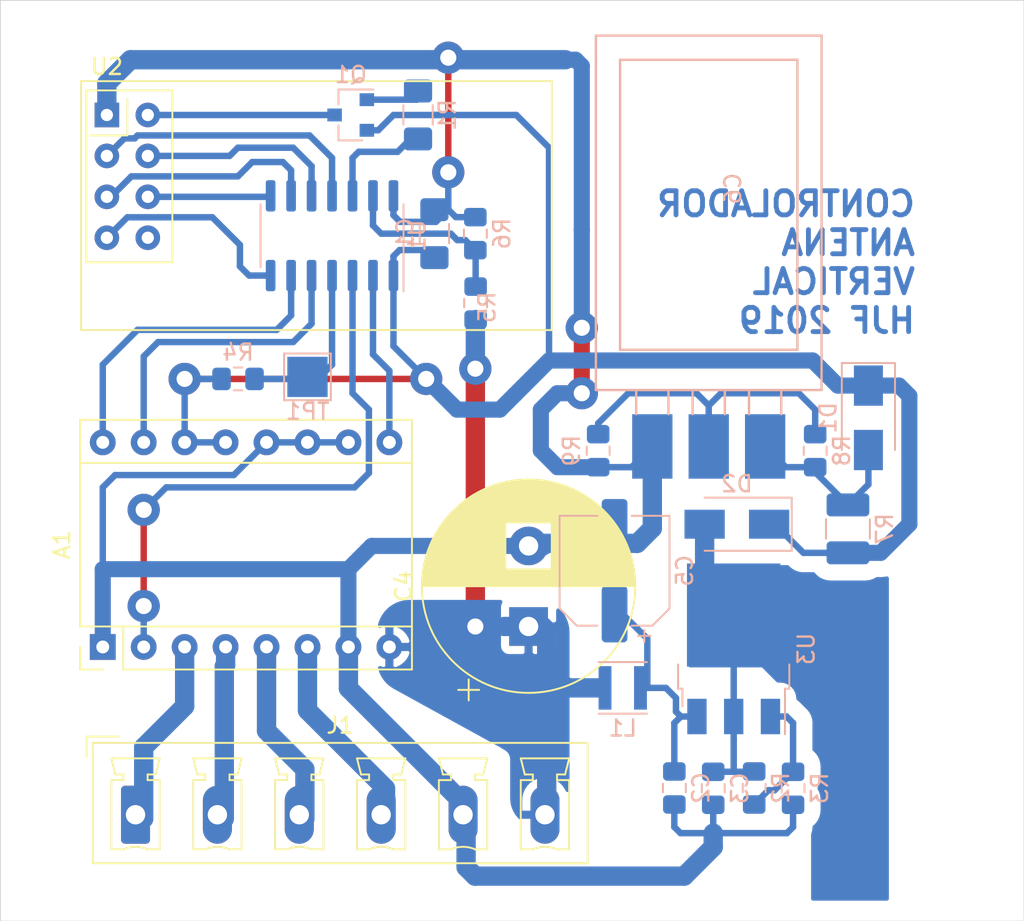
<source format=kicad_pcb>
(kicad_pcb (version 20171130) (host pcbnew "(5.1.2)-2")

  (general
    (thickness 1.6)
    (drawings 5)
    (tracks 238)
    (zones 0)
    (modules 25)
    (nets 27)
  )

  (page A4)
  (layers
    (0 F.Cu signal)
    (31 B.Cu signal)
    (32 B.Adhes user)
    (33 F.Adhes user)
    (34 B.Paste user hide)
    (35 F.Paste user hide)
    (36 B.SilkS user hide)
    (37 F.SilkS user hide)
    (38 B.Mask user)
    (39 F.Mask user)
    (40 Dwgs.User user)
    (41 Cmts.User user)
    (42 Eco1.User user)
    (43 Eco2.User user)
    (44 Edge.Cuts user)
    (45 Margin user)
    (46 B.CrtYd user)
    (47 F.CrtYd user)
    (48 B.Fab user)
    (49 F.Fab user)
  )

  (setup
    (last_trace_width 0.4)
    (trace_clearance 0.2)
    (zone_clearance 1)
    (zone_45_only no)
    (trace_min 0.2)
    (via_size 0.8)
    (via_drill 0.4)
    (via_min_size 0.4)
    (via_min_drill 0.3)
    (uvia_size 0.3)
    (uvia_drill 0.1)
    (uvias_allowed no)
    (uvia_min_size 0.2)
    (uvia_min_drill 0.1)
    (edge_width 0.05)
    (segment_width 0.2)
    (pcb_text_width 0.3)
    (pcb_text_size 1.5 1.5)
    (mod_edge_width 0.12)
    (mod_text_size 1 1)
    (mod_text_width 0.15)
    (pad_size 1.524 1.524)
    (pad_drill 0.762)
    (pad_to_mask_clearance 0.051)
    (solder_mask_min_width 0.25)
    (aux_axis_origin 0 0)
    (visible_elements 7FFFFFFF)
    (pcbplotparams
      (layerselection 0x010fc_ffffffff)
      (usegerberextensions false)
      (usegerberattributes false)
      (usegerberadvancedattributes false)
      (creategerberjobfile false)
      (excludeedgelayer true)
      (linewidth 0.100000)
      (plotframeref false)
      (viasonmask false)
      (mode 1)
      (useauxorigin false)
      (hpglpennumber 1)
      (hpglpenspeed 20)
      (hpglpendiameter 15.000000)
      (psnegative false)
      (psa4output false)
      (plotreference true)
      (plotvalue true)
      (plotinvisibletext false)
      (padsonsilk false)
      (subtractmaskfromsilk false)
      (outputformat 1)
      (mirror false)
      (drillshape 1)
      (scaleselection 1)
      (outputdirectory ""))
  )

  (net 0 "")
  (net 1 "Net-(A1-Pad6)")
  (net 2 "Net-(A1-Pad5)")
  (net 3 "Net-(A1-Pad4)")
  (net 4 "Net-(A1-Pad3)")
  (net 5 MCLK)
  (net 6 MOSI)
  (net 7 MISO)
  (net 8 CSN)
  (net 9 CE)
  (net 10 "Net-(Q1-Pad3)")
  (net 11 GND)
  (net 12 VDD)
  (net 13 "Net-(Q1-Pad1)")
  (net 14 NRF_PWR)
  (net 15 MOT_EN)
  (net 16 MOT_DIR)
  (net 17 MOT_STEP)
  (net 18 MOT_FLT)
  (net 19 "Net-(C2-Pad2)")
  (net 20 "Net-(R2-Pad1)")
  (net 21 "Net-(R4-Pad1)")
  (net 22 VMOT)
  (net 23 "Net-(C6-Pad2)")
  (net 24 VSENSE)
  (net 25 "Net-(C6-Pad3)")
  (net 26 "Net-(C3-Pad2)")

  (net_class Default "Esta es la clase de red por defecto."
    (clearance 0.2)
    (trace_width 0.4)
    (via_dia 0.8)
    (via_drill 0.4)
    (uvia_dia 0.3)
    (uvia_drill 0.1)
    (add_net CE)
    (add_net CSN)
    (add_net GND)
    (add_net MCLK)
    (add_net MISO)
    (add_net MOSI)
    (add_net MOT_DIR)
    (add_net MOT_EN)
    (add_net MOT_FLT)
    (add_net MOT_STEP)
    (add_net NRF_PWR)
    (add_net "Net-(C2-Pad2)")
    (add_net "Net-(C3-Pad2)")
    (add_net "Net-(C6-Pad2)")
    (add_net "Net-(C6-Pad3)")
    (add_net "Net-(Q1-Pad1)")
    (add_net "Net-(Q1-Pad3)")
    (add_net "Net-(R2-Pad1)")
    (add_net "Net-(R4-Pad1)")
    (add_net VDD)
    (add_net VSENSE)
  )

  (net_class POWER ""
    (clearance 0.2)
    (trace_width 1.2)
    (via_dia 0.8)
    (via_drill 0.4)
    (uvia_dia 0.3)
    (uvia_drill 0.1)
    (add_net "Net-(A1-Pad3)")
    (add_net "Net-(A1-Pad4)")
    (add_net "Net-(A1-Pad5)")
    (add_net "Net-(A1-Pad6)")
    (add_net VMOT)
  )

  (module Connector_Phoenix_MC_HighVoltage:PhoenixContact_MCV_1,5_6-G-5.08_1x06_P5.08mm_Vertical (layer F.Cu) (tedit 5B784ED3) (tstamp 5DA4B5A7)
    (at 148.082 101.346)
    (descr "Generic Phoenix Contact connector footprint for: MCV_1,5/6-G-5.08; number of pins: 06; pin pitch: 5.08mm; Vertical || order number: 1836338 8A 320V")
    (tags "phoenix_contact connector MCV_01x06_G_5.08mm")
    (path /5DA80647)
    (fp_text reference J1 (at 12.7 -5.55) (layer F.SilkS)
      (effects (font (size 1 1) (thickness 0.15)))
    )
    (fp_text value Conn_01x06 (at 12.7 4.1) (layer F.Fab)
      (effects (font (size 1 1) (thickness 0.15)))
    )
    (fp_text user %R (at 12.7 -3.65) (layer F.Fab)
      (effects (font (size 1 1) (thickness 0.15)))
    )
    (fp_line (start -3.04 -4.85) (end -1.04 -4.85) (layer F.Fab) (width 0.1))
    (fp_line (start -3.04 -3.6) (end -3.04 -4.85) (layer F.Fab) (width 0.1))
    (fp_line (start -3.04 -4.85) (end -1.04 -4.85) (layer F.SilkS) (width 0.12))
    (fp_line (start -3.04 -3.6) (end -3.04 -4.85) (layer F.SilkS) (width 0.12))
    (fp_line (start 28.44 -4.85) (end -3.04 -4.85) (layer F.CrtYd) (width 0.05))
    (fp_line (start 28.44 3.4) (end 28.44 -4.85) (layer F.CrtYd) (width 0.05))
    (fp_line (start -3.04 3.4) (end 28.44 3.4) (layer F.CrtYd) (width 0.05))
    (fp_line (start -3.04 -4.85) (end -3.04 3.4) (layer F.CrtYd) (width 0.05))
    (fp_line (start 26.9 2.15) (end 26.15 2.15) (layer F.SilkS) (width 0.12))
    (fp_line (start 26.9 -2.15) (end 26.9 2.15) (layer F.SilkS) (width 0.12))
    (fp_line (start 26.15 -2.15) (end 26.9 -2.15) (layer F.SilkS) (width 0.12))
    (fp_line (start 26.15 -2.5) (end 26.15 -2.15) (layer F.SilkS) (width 0.12))
    (fp_line (start 26.65 -2.5) (end 26.15 -2.5) (layer F.SilkS) (width 0.12))
    (fp_line (start 26.9 -3.5) (end 26.65 -2.5) (layer F.SilkS) (width 0.12))
    (fp_line (start 23.9 -3.5) (end 26.9 -3.5) (layer F.SilkS) (width 0.12))
    (fp_line (start 24.15 -2.5) (end 23.9 -3.5) (layer F.SilkS) (width 0.12))
    (fp_line (start 24.65 -2.5) (end 24.15 -2.5) (layer F.SilkS) (width 0.12))
    (fp_line (start 24.65 -2.15) (end 24.65 -2.5) (layer F.SilkS) (width 0.12))
    (fp_line (start 23.9 -2.15) (end 24.65 -2.15) (layer F.SilkS) (width 0.12))
    (fp_line (start 23.9 2.15) (end 23.9 -2.15) (layer F.SilkS) (width 0.12))
    (fp_line (start 24.65 2.15) (end 23.9 2.15) (layer F.SilkS) (width 0.12))
    (fp_line (start 21.82 2.15) (end 21.07 2.15) (layer F.SilkS) (width 0.12))
    (fp_line (start 21.82 -2.15) (end 21.82 2.15) (layer F.SilkS) (width 0.12))
    (fp_line (start 21.07 -2.15) (end 21.82 -2.15) (layer F.SilkS) (width 0.12))
    (fp_line (start 21.07 -2.5) (end 21.07 -2.15) (layer F.SilkS) (width 0.12))
    (fp_line (start 21.57 -2.5) (end 21.07 -2.5) (layer F.SilkS) (width 0.12))
    (fp_line (start 21.82 -3.5) (end 21.57 -2.5) (layer F.SilkS) (width 0.12))
    (fp_line (start 18.82 -3.5) (end 21.82 -3.5) (layer F.SilkS) (width 0.12))
    (fp_line (start 19.07 -2.5) (end 18.82 -3.5) (layer F.SilkS) (width 0.12))
    (fp_line (start 19.57 -2.5) (end 19.07 -2.5) (layer F.SilkS) (width 0.12))
    (fp_line (start 19.57 -2.15) (end 19.57 -2.5) (layer F.SilkS) (width 0.12))
    (fp_line (start 18.82 -2.15) (end 19.57 -2.15) (layer F.SilkS) (width 0.12))
    (fp_line (start 18.82 2.15) (end 18.82 -2.15) (layer F.SilkS) (width 0.12))
    (fp_line (start 19.57 2.15) (end 18.82 2.15) (layer F.SilkS) (width 0.12))
    (fp_line (start 16.74 2.15) (end 15.99 2.15) (layer F.SilkS) (width 0.12))
    (fp_line (start 16.74 -2.15) (end 16.74 2.15) (layer F.SilkS) (width 0.12))
    (fp_line (start 15.99 -2.15) (end 16.74 -2.15) (layer F.SilkS) (width 0.12))
    (fp_line (start 15.99 -2.5) (end 15.99 -2.15) (layer F.SilkS) (width 0.12))
    (fp_line (start 16.49 -2.5) (end 15.99 -2.5) (layer F.SilkS) (width 0.12))
    (fp_line (start 16.74 -3.5) (end 16.49 -2.5) (layer F.SilkS) (width 0.12))
    (fp_line (start 13.74 -3.5) (end 16.74 -3.5) (layer F.SilkS) (width 0.12))
    (fp_line (start 13.99 -2.5) (end 13.74 -3.5) (layer F.SilkS) (width 0.12))
    (fp_line (start 14.49 -2.5) (end 13.99 -2.5) (layer F.SilkS) (width 0.12))
    (fp_line (start 14.49 -2.15) (end 14.49 -2.5) (layer F.SilkS) (width 0.12))
    (fp_line (start 13.74 -2.15) (end 14.49 -2.15) (layer F.SilkS) (width 0.12))
    (fp_line (start 13.74 2.15) (end 13.74 -2.15) (layer F.SilkS) (width 0.12))
    (fp_line (start 14.49 2.15) (end 13.74 2.15) (layer F.SilkS) (width 0.12))
    (fp_line (start 11.66 2.15) (end 10.91 2.15) (layer F.SilkS) (width 0.12))
    (fp_line (start 11.66 -2.15) (end 11.66 2.15) (layer F.SilkS) (width 0.12))
    (fp_line (start 10.91 -2.15) (end 11.66 -2.15) (layer F.SilkS) (width 0.12))
    (fp_line (start 10.91 -2.5) (end 10.91 -2.15) (layer F.SilkS) (width 0.12))
    (fp_line (start 11.41 -2.5) (end 10.91 -2.5) (layer F.SilkS) (width 0.12))
    (fp_line (start 11.66 -3.5) (end 11.41 -2.5) (layer F.SilkS) (width 0.12))
    (fp_line (start 8.66 -3.5) (end 11.66 -3.5) (layer F.SilkS) (width 0.12))
    (fp_line (start 8.91 -2.5) (end 8.66 -3.5) (layer F.SilkS) (width 0.12))
    (fp_line (start 9.41 -2.5) (end 8.91 -2.5) (layer F.SilkS) (width 0.12))
    (fp_line (start 9.41 -2.15) (end 9.41 -2.5) (layer F.SilkS) (width 0.12))
    (fp_line (start 8.66 -2.15) (end 9.41 -2.15) (layer F.SilkS) (width 0.12))
    (fp_line (start 8.66 2.15) (end 8.66 -2.15) (layer F.SilkS) (width 0.12))
    (fp_line (start 9.41 2.15) (end 8.66 2.15) (layer F.SilkS) (width 0.12))
    (fp_line (start 6.58 2.15) (end 5.83 2.15) (layer F.SilkS) (width 0.12))
    (fp_line (start 6.58 -2.15) (end 6.58 2.15) (layer F.SilkS) (width 0.12))
    (fp_line (start 5.83 -2.15) (end 6.58 -2.15) (layer F.SilkS) (width 0.12))
    (fp_line (start 5.83 -2.5) (end 5.83 -2.15) (layer F.SilkS) (width 0.12))
    (fp_line (start 6.33 -2.5) (end 5.83 -2.5) (layer F.SilkS) (width 0.12))
    (fp_line (start 6.58 -3.5) (end 6.33 -2.5) (layer F.SilkS) (width 0.12))
    (fp_line (start 3.58 -3.5) (end 6.58 -3.5) (layer F.SilkS) (width 0.12))
    (fp_line (start 3.83 -2.5) (end 3.58 -3.5) (layer F.SilkS) (width 0.12))
    (fp_line (start 4.33 -2.5) (end 3.83 -2.5) (layer F.SilkS) (width 0.12))
    (fp_line (start 4.33 -2.15) (end 4.33 -2.5) (layer F.SilkS) (width 0.12))
    (fp_line (start 3.58 -2.15) (end 4.33 -2.15) (layer F.SilkS) (width 0.12))
    (fp_line (start 3.58 2.15) (end 3.58 -2.15) (layer F.SilkS) (width 0.12))
    (fp_line (start 4.33 2.15) (end 3.58 2.15) (layer F.SilkS) (width 0.12))
    (fp_line (start 1.5 2.15) (end 0.75 2.15) (layer F.SilkS) (width 0.12))
    (fp_line (start 1.5 -2.15) (end 1.5 2.15) (layer F.SilkS) (width 0.12))
    (fp_line (start 0.75 -2.15) (end 1.5 -2.15) (layer F.SilkS) (width 0.12))
    (fp_line (start 0.75 -2.5) (end 0.75 -2.15) (layer F.SilkS) (width 0.12))
    (fp_line (start 1.25 -2.5) (end 0.75 -2.5) (layer F.SilkS) (width 0.12))
    (fp_line (start 1.5 -3.5) (end 1.25 -2.5) (layer F.SilkS) (width 0.12))
    (fp_line (start -1.5 -3.5) (end 1.5 -3.5) (layer F.SilkS) (width 0.12))
    (fp_line (start -1.25 -2.5) (end -1.5 -3.5) (layer F.SilkS) (width 0.12))
    (fp_line (start -0.75 -2.5) (end -1.25 -2.5) (layer F.SilkS) (width 0.12))
    (fp_line (start -0.75 -2.15) (end -0.75 -2.5) (layer F.SilkS) (width 0.12))
    (fp_line (start -1.5 -2.15) (end -0.75 -2.15) (layer F.SilkS) (width 0.12))
    (fp_line (start -1.5 2.15) (end -1.5 -2.15) (layer F.SilkS) (width 0.12))
    (fp_line (start -0.75 2.15) (end -1.5 2.15) (layer F.SilkS) (width 0.12))
    (fp_line (start 27.94 -4.35) (end -2.54 -4.35) (layer F.Fab) (width 0.1))
    (fp_line (start 27.94 2.9) (end 27.94 -4.35) (layer F.Fab) (width 0.1))
    (fp_line (start -2.54 2.9) (end 27.94 2.9) (layer F.Fab) (width 0.1))
    (fp_line (start -2.54 -4.35) (end -2.54 2.9) (layer F.Fab) (width 0.1))
    (fp_line (start 28.05 -4.46) (end -2.65 -4.46) (layer F.SilkS) (width 0.12))
    (fp_line (start 28.05 3.01) (end 28.05 -4.46) (layer F.SilkS) (width 0.12))
    (fp_line (start -2.65 3.01) (end 28.05 3.01) (layer F.SilkS) (width 0.12))
    (fp_line (start -2.65 -4.46) (end -2.65 3.01) (layer F.SilkS) (width 0.12))
    (fp_arc (start 25.4 3.85) (end 24.65 2.15) (angle 47.6) (layer F.SilkS) (width 0.12))
    (fp_arc (start 20.32 3.85) (end 19.57 2.15) (angle 47.6) (layer F.SilkS) (width 0.12))
    (fp_arc (start 15.24 3.85) (end 14.49 2.15) (angle 47.6) (layer F.SilkS) (width 0.12))
    (fp_arc (start 10.16 3.85) (end 9.41 2.15) (angle 47.6) (layer F.SilkS) (width 0.12))
    (fp_arc (start 5.08 3.85) (end 4.33 2.15) (angle 47.6) (layer F.SilkS) (width 0.12))
    (fp_arc (start 0 3.85) (end -0.75 2.15) (angle 47.6) (layer F.SilkS) (width 0.12))
    (pad 6 thru_hole oval (at 25.4 0) (size 1.8 3.6) (drill 1.2) (layers *.Cu *.Mask)
      (net 22 VMOT))
    (pad 5 thru_hole oval (at 20.32 0) (size 1.8 3.6) (drill 1.2) (layers *.Cu *.Mask)
      (net 11 GND))
    (pad 4 thru_hole oval (at 15.24 0) (size 1.8 3.6) (drill 1.2) (layers *.Cu *.Mask)
      (net 1 "Net-(A1-Pad6)"))
    (pad 3 thru_hole oval (at 10.16 0) (size 1.8 3.6) (drill 1.2) (layers *.Cu *.Mask)
      (net 2 "Net-(A1-Pad5)"))
    (pad 2 thru_hole oval (at 5.08 0) (size 1.8 3.6) (drill 1.2) (layers *.Cu *.Mask)
      (net 3 "Net-(A1-Pad4)"))
    (pad 1 thru_hole roundrect (at 0 0) (size 1.8 3.6) (drill 1.2) (layers *.Cu *.Mask) (roundrect_rratio 0.138889)
      (net 4 "Net-(A1-Pad3)"))
    (model ${KISYS3DMOD}/Connector_Phoenix_MC_HighVoltage.3dshapes/PhoenixContact_MCV_1,5_6-G-5.08_1x06_P5.08mm_Vertical.wrl
      (at (xyz 0 0 0))
      (scale (xyz 1 1 1))
      (rotate (xyz 0 0 0))
    )
  )

  (module Capacitor_SMD:CP_Elec_6.3x5.8 (layer B.Cu) (tedit 5BCA39D0) (tstamp 5DA4F12D)
    (at 177.8 86.2 90)
    (descr "SMD capacitor, aluminum electrolytic, Nichicon, 6.3x5.8mm")
    (tags "capacitor electrolytic")
    (path /5DA97C44)
    (attr smd)
    (fp_text reference C5 (at 0 4.35 90) (layer B.SilkS)
      (effects (font (size 1 1) (thickness 0.15)) (justify mirror))
    )
    (fp_text value CP (at 0 -4.35 90) (layer B.Fab)
      (effects (font (size 1 1) (thickness 0.15)) (justify mirror))
    )
    (fp_text user %R (at 0 0 90) (layer B.Fab)
      (effects (font (size 1 1) (thickness 0.15)) (justify mirror))
    )
    (fp_line (start -4.7 -1.05) (end -3.55 -1.05) (layer B.CrtYd) (width 0.05))
    (fp_line (start -4.7 1.05) (end -4.7 -1.05) (layer B.CrtYd) (width 0.05))
    (fp_line (start -3.55 1.05) (end -4.7 1.05) (layer B.CrtYd) (width 0.05))
    (fp_line (start -3.55 -1.05) (end -3.55 -2.4) (layer B.CrtYd) (width 0.05))
    (fp_line (start -3.55 2.4) (end -3.55 1.05) (layer B.CrtYd) (width 0.05))
    (fp_line (start -3.55 2.4) (end -2.4 3.55) (layer B.CrtYd) (width 0.05))
    (fp_line (start -3.55 -2.4) (end -2.4 -3.55) (layer B.CrtYd) (width 0.05))
    (fp_line (start -2.4 3.55) (end 3.55 3.55) (layer B.CrtYd) (width 0.05))
    (fp_line (start -2.4 -3.55) (end 3.55 -3.55) (layer B.CrtYd) (width 0.05))
    (fp_line (start 3.55 -1.05) (end 3.55 -3.55) (layer B.CrtYd) (width 0.05))
    (fp_line (start 4.7 -1.05) (end 3.55 -1.05) (layer B.CrtYd) (width 0.05))
    (fp_line (start 4.7 1.05) (end 4.7 -1.05) (layer B.CrtYd) (width 0.05))
    (fp_line (start 3.55 1.05) (end 4.7 1.05) (layer B.CrtYd) (width 0.05))
    (fp_line (start 3.55 3.55) (end 3.55 1.05) (layer B.CrtYd) (width 0.05))
    (fp_line (start -4.04375 2.24125) (end -4.04375 1.45375) (layer B.SilkS) (width 0.12))
    (fp_line (start -4.4375 1.8475) (end -3.65 1.8475) (layer B.SilkS) (width 0.12))
    (fp_line (start -3.41 -2.345563) (end -2.345563 -3.41) (layer B.SilkS) (width 0.12))
    (fp_line (start -3.41 2.345563) (end -2.345563 3.41) (layer B.SilkS) (width 0.12))
    (fp_line (start -3.41 2.345563) (end -3.41 1.06) (layer B.SilkS) (width 0.12))
    (fp_line (start -3.41 -2.345563) (end -3.41 -1.06) (layer B.SilkS) (width 0.12))
    (fp_line (start -2.345563 -3.41) (end 3.41 -3.41) (layer B.SilkS) (width 0.12))
    (fp_line (start -2.345563 3.41) (end 3.41 3.41) (layer B.SilkS) (width 0.12))
    (fp_line (start 3.41 3.41) (end 3.41 1.06) (layer B.SilkS) (width 0.12))
    (fp_line (start 3.41 -3.41) (end 3.41 -1.06) (layer B.SilkS) (width 0.12))
    (fp_line (start -2.389838 1.645) (end -2.389838 1.015) (layer B.Fab) (width 0.1))
    (fp_line (start -2.704838 1.33) (end -2.074838 1.33) (layer B.Fab) (width 0.1))
    (fp_line (start -3.3 -2.3) (end -2.3 -3.3) (layer B.Fab) (width 0.1))
    (fp_line (start -3.3 2.3) (end -2.3 3.3) (layer B.Fab) (width 0.1))
    (fp_line (start -3.3 2.3) (end -3.3 -2.3) (layer B.Fab) (width 0.1))
    (fp_line (start -2.3 -3.3) (end 3.3 -3.3) (layer B.Fab) (width 0.1))
    (fp_line (start -2.3 3.3) (end 3.3 3.3) (layer B.Fab) (width 0.1))
    (fp_line (start 3.3 3.3) (end 3.3 -3.3) (layer B.Fab) (width 0.1))
    (fp_circle (center 0 0) (end 3.15 0) (layer B.Fab) (width 0.1))
    (pad 2 smd roundrect (at 2.7 0 90) (size 3.5 1.6) (layers B.Cu B.Paste B.Mask) (roundrect_rratio 0.15625)
      (net 11 GND))
    (pad 1 smd roundrect (at -2.7 0 90) (size 3.5 1.6) (layers B.Cu B.Paste B.Mask) (roundrect_rratio 0.15625)
      (net 19 "Net-(C2-Pad2)"))
    (model ${KISYS3DMOD}/Capacitor_SMD.3dshapes/CP_Elec_6.3x5.8.wrl
      (at (xyz 0 0 0))
      (scale (xyz 1 1 1))
      (rotate (xyz 0 0 0))
    )
  )

  (module Inductor_SMD:L_Taiyo-Yuden_MD-3030 (layer B.Cu) (tedit 5990349C) (tstamp 5DA4E254)
    (at 178.308 93.472)
    (descr "Inductor, Taiyo Yuden, MD series, Taiyo-Yuden_MD-3030, 3.0mmx3.0mm")
    (tags "inductor taiyo-yuden md smd")
    (path /5DA94BE9)
    (attr smd)
    (fp_text reference L1 (at 0 2.5) (layer B.SilkS)
      (effects (font (size 1 1) (thickness 0.15)) (justify mirror))
    )
    (fp_text value L (at 0 -3) (layer B.Fab)
      (effects (font (size 1 1) (thickness 0.15)) (justify mirror))
    )
    (fp_line (start 1.8 1.8) (end -1.8 1.8) (layer B.CrtYd) (width 0.05))
    (fp_line (start 1.8 -1.8) (end 1.8 1.8) (layer B.CrtYd) (width 0.05))
    (fp_line (start -1.8 -1.8) (end 1.8 -1.8) (layer B.CrtYd) (width 0.05))
    (fp_line (start -1.8 1.8) (end -1.8 -1.8) (layer B.CrtYd) (width 0.05))
    (fp_line (start -1.5 -1.6) (end 1.5 -1.6) (layer B.SilkS) (width 0.12))
    (fp_line (start -1.5 1.6) (end 1.5 1.6) (layer B.SilkS) (width 0.12))
    (fp_line (start 1.5 1.5) (end -1.5 1.5) (layer B.Fab) (width 0.1))
    (fp_line (start 1.5 -1.5) (end 1.5 1.5) (layer B.Fab) (width 0.1))
    (fp_line (start -1.5 -1.5) (end 1.5 -1.5) (layer B.Fab) (width 0.1))
    (fp_line (start -1.5 1.5) (end -1.5 -1.5) (layer B.Fab) (width 0.1))
    (fp_text user %R (at 0 0) (layer B.Fab)
      (effects (font (size 0.7 0.7) (thickness 0.105)) (justify mirror))
    )
    (pad 2 smd rect (at 1.1 0) (size 0.8 2.7) (layers B.Cu B.Paste B.Mask)
      (net 19 "Net-(C2-Pad2)"))
    (pad 1 smd rect (at -1.1 0) (size 0.8 2.7) (layers B.Cu B.Paste B.Mask)
      (net 22 VMOT))
    (model ${KISYS3DMOD}/Inductor_SMD.3dshapes/L_Taiyo-Yuden_MD-3030.wrl
      (at (xyz 0 0 0))
      (scale (xyz 1 1 1))
      (rotate (xyz 0 0 0))
    )
  )

  (module mura:MURATA_SUPERCAP (layer B.Cu) (tedit 5ADE743B) (tstamp 5DA53C40)
    (at 183.642 78.486)
    (path /5DAA4947)
    (fp_text reference C6 (at 1.5 -16 90) (layer B.SilkS)
      (effects (font (size 1 1) (thickness 0.15)) (justify mirror))
    )
    (fp_text value CAPACITOR3PIN (at -2.5 -15 90) (layer B.Fab)
      (effects (font (size 1 1) (thickness 0.15)) (justify mirror))
    )
    (fp_line (start 7 -3.5) (end 0 -3.5) (layer B.SilkS) (width 0.15))
    (fp_line (start 7 -25.5) (end 7 -3.5) (layer B.SilkS) (width 0.15))
    (fp_line (start -7 -25.5) (end 7 -25.5) (layer B.SilkS) (width 0.15))
    (fp_line (start -7 -3.5) (end -7 -25.5) (layer B.SilkS) (width 0.15))
    (fp_line (start 0 -3.5) (end -7 -3.5) (layer B.SilkS) (width 0.15))
    (fp_line (start -4.5 -2) (end -4.5 -3.5) (layer B.SilkS) (width 0.15))
    (fp_line (start -2.5 -2) (end -2.5 -3.5) (layer B.SilkS) (width 0.15))
    (fp_line (start -1 -2) (end -1 -3.5) (layer B.SilkS) (width 0.15))
    (fp_line (start 1 -2) (end 1 -3.5) (layer B.SilkS) (width 0.15))
    (fp_line (start 2.5 -2) (end 2.5 -3.5) (layer B.SilkS) (width 0.15))
    (fp_line (start 4.5 -2) (end 4.5 -3.5) (layer B.SilkS) (width 0.15))
    (fp_line (start 5.5 -6) (end -5.5 -6) (layer B.SilkS) (width 0.15))
    (fp_line (start 5.5 -24) (end 5.5 -6) (layer B.SilkS) (width 0.15))
    (fp_line (start -5.5 -24) (end 5.5 -24) (layer B.SilkS) (width 0.15))
    (fp_line (start -5.5 -6) (end -5.5 -24) (layer B.SilkS) (width 0.15))
    (pad 2 smd rect (at 0 0) (size 2.5 4) (layers B.Cu B.Paste B.Mask)
      (net 23 "Net-(C6-Pad2)"))
    (pad 1 smd rect (at -3.5 0) (size 2.5 4) (layers B.Cu B.Paste B.Mask)
      (net 11 GND))
    (pad 3 smd rect (at 3.5 0) (size 2.5 4) (layers B.Cu B.Paste B.Mask)
      (net 25 "Net-(C6-Pad3)"))
  )

  (module Diode_SMD:D_SMA (layer B.Cu) (tedit 586432E5) (tstamp 5DA5868C)
    (at 185.388 83.312 180)
    (descr "Diode SMA (DO-214AC)")
    (tags "Diode SMA (DO-214AC)")
    (path /5DAED8B2)
    (attr smd)
    (fp_text reference D2 (at 0 2.5) (layer B.SilkS)
      (effects (font (size 1 1) (thickness 0.15)) (justify mirror))
    )
    (fp_text value D_Schottky (at 0 -2.6) (layer B.Fab)
      (effects (font (size 1 1) (thickness 0.15)) (justify mirror))
    )
    (fp_line (start -3.4 1.65) (end 2 1.65) (layer B.SilkS) (width 0.12))
    (fp_line (start -3.4 -1.65) (end 2 -1.65) (layer B.SilkS) (width 0.12))
    (fp_line (start -0.64944 -0.00102) (end 0.50118 0.79908) (layer B.Fab) (width 0.1))
    (fp_line (start -0.64944 -0.00102) (end 0.50118 -0.75032) (layer B.Fab) (width 0.1))
    (fp_line (start 0.50118 -0.75032) (end 0.50118 0.79908) (layer B.Fab) (width 0.1))
    (fp_line (start -0.64944 0.79908) (end -0.64944 -0.80112) (layer B.Fab) (width 0.1))
    (fp_line (start 0.50118 -0.00102) (end 1.4994 -0.00102) (layer B.Fab) (width 0.1))
    (fp_line (start -0.64944 -0.00102) (end -1.55114 -0.00102) (layer B.Fab) (width 0.1))
    (fp_line (start -3.5 -1.75) (end -3.5 1.75) (layer B.CrtYd) (width 0.05))
    (fp_line (start 3.5 -1.75) (end -3.5 -1.75) (layer B.CrtYd) (width 0.05))
    (fp_line (start 3.5 1.75) (end 3.5 -1.75) (layer B.CrtYd) (width 0.05))
    (fp_line (start -3.5 1.75) (end 3.5 1.75) (layer B.CrtYd) (width 0.05))
    (fp_line (start 2.3 1.5) (end -2.3 1.5) (layer B.Fab) (width 0.1))
    (fp_line (start 2.3 1.5) (end 2.3 -1.5) (layer B.Fab) (width 0.1))
    (fp_line (start -2.3 -1.5) (end -2.3 1.5) (layer B.Fab) (width 0.1))
    (fp_line (start 2.3 -1.5) (end -2.3 -1.5) (layer B.Fab) (width 0.1))
    (fp_line (start -3.4 1.65) (end -3.4 -1.65) (layer B.SilkS) (width 0.12))
    (fp_text user %R (at 0 2.5) (layer B.Fab)
      (effects (font (size 1 1) (thickness 0.15)) (justify mirror))
    )
    (pad 2 smd rect (at 2 0 180) (size 2.5 1.8) (layers B.Cu B.Paste B.Mask)
      (net 26 "Net-(C3-Pad2)"))
    (pad 1 smd rect (at -2 0 180) (size 2.5 1.8) (layers B.Cu B.Paste B.Mask)
      (net 12 VDD))
    (model ${KISYS3DMOD}/Diode_SMD.3dshapes/D_SMA.wrl
      (at (xyz 0 0 0))
      (scale (xyz 1 1 1))
      (rotate (xyz 0 0 0))
    )
  )

  (module Diode_SMD:D_SMA (layer B.Cu) (tedit 586432E5) (tstamp 5DA5983D)
    (at 193.548 76.708 270)
    (descr "Diode SMA (DO-214AC)")
    (tags "Diode SMA (DO-214AC)")
    (path /5DAC672D)
    (attr smd)
    (fp_text reference D1 (at 0 2.5 90) (layer B.SilkS)
      (effects (font (size 1 1) (thickness 0.15)) (justify mirror))
    )
    (fp_text value D_Schottky (at 0 -2.6 90) (layer B.Fab)
      (effects (font (size 1 1) (thickness 0.15)) (justify mirror))
    )
    (fp_line (start -3.4 1.65) (end 2 1.65) (layer B.SilkS) (width 0.12))
    (fp_line (start -3.4 -1.65) (end 2 -1.65) (layer B.SilkS) (width 0.12))
    (fp_line (start -0.64944 -0.00102) (end 0.50118 0.79908) (layer B.Fab) (width 0.1))
    (fp_line (start -0.64944 -0.00102) (end 0.50118 -0.75032) (layer B.Fab) (width 0.1))
    (fp_line (start 0.50118 -0.75032) (end 0.50118 0.79908) (layer B.Fab) (width 0.1))
    (fp_line (start -0.64944 0.79908) (end -0.64944 -0.80112) (layer B.Fab) (width 0.1))
    (fp_line (start 0.50118 -0.00102) (end 1.4994 -0.00102) (layer B.Fab) (width 0.1))
    (fp_line (start -0.64944 -0.00102) (end -1.55114 -0.00102) (layer B.Fab) (width 0.1))
    (fp_line (start -3.5 -1.75) (end -3.5 1.75) (layer B.CrtYd) (width 0.05))
    (fp_line (start 3.5 -1.75) (end -3.5 -1.75) (layer B.CrtYd) (width 0.05))
    (fp_line (start 3.5 1.75) (end 3.5 -1.75) (layer B.CrtYd) (width 0.05))
    (fp_line (start -3.5 1.75) (end 3.5 1.75) (layer B.CrtYd) (width 0.05))
    (fp_line (start 2.3 1.5) (end -2.3 1.5) (layer B.Fab) (width 0.1))
    (fp_line (start 2.3 1.5) (end 2.3 -1.5) (layer B.Fab) (width 0.1))
    (fp_line (start -2.3 -1.5) (end -2.3 1.5) (layer B.Fab) (width 0.1))
    (fp_line (start 2.3 -1.5) (end -2.3 -1.5) (layer B.Fab) (width 0.1))
    (fp_line (start -3.4 1.65) (end -3.4 -1.65) (layer B.SilkS) (width 0.12))
    (fp_text user %R (at 0 2.5 90) (layer B.Fab)
      (effects (font (size 1 1) (thickness 0.15)) (justify mirror))
    )
    (pad 2 smd rect (at 2 0 270) (size 2.5 1.8) (layers B.Cu B.Paste B.Mask)
      (net 25 "Net-(C6-Pad3)"))
    (pad 1 smd rect (at -2 0 270) (size 2.5 1.8) (layers B.Cu B.Paste B.Mask)
      (net 12 VDD))
    (model ${KISYS3DMOD}/Diode_SMD.3dshapes/D_SMA.wrl
      (at (xyz 0 0 0))
      (scale (xyz 1 1 1))
      (rotate (xyz 0 0 0))
    )
  )

  (module Resistor_SMD:R_0805_2012Metric_Pad1.15x1.40mm_HandSolder (layer B.Cu) (tedit 5B36C52B) (tstamp 5DA5586A)
    (at 176.784 78.749 270)
    (descr "Resistor SMD 0805 (2012 Metric), square (rectangular) end terminal, IPC_7351 nominal with elongated pad for handsoldering. (Body size source: https://docs.google.com/spreadsheets/d/1BsfQQcO9C6DZCsRaXUlFlo91Tg2WpOkGARC1WS5S8t0/edit?usp=sharing), generated with kicad-footprint-generator")
    (tags "resistor handsolder")
    (path /5DAD41C9)
    (attr smd)
    (fp_text reference R9 (at 0 1.65 90) (layer B.SilkS)
      (effects (font (size 1 1) (thickness 0.15)) (justify mirror))
    )
    (fp_text value 1K (at 0 -1.65 90) (layer B.Fab)
      (effects (font (size 1 1) (thickness 0.15)) (justify mirror))
    )
    (fp_text user %R (at 0 0 90) (layer B.Fab)
      (effects (font (size 0.5 0.5) (thickness 0.08)) (justify mirror))
    )
    (fp_line (start 1.85 -0.95) (end -1.85 -0.95) (layer B.CrtYd) (width 0.05))
    (fp_line (start 1.85 0.95) (end 1.85 -0.95) (layer B.CrtYd) (width 0.05))
    (fp_line (start -1.85 0.95) (end 1.85 0.95) (layer B.CrtYd) (width 0.05))
    (fp_line (start -1.85 -0.95) (end -1.85 0.95) (layer B.CrtYd) (width 0.05))
    (fp_line (start -0.261252 -0.71) (end 0.261252 -0.71) (layer B.SilkS) (width 0.12))
    (fp_line (start -0.261252 0.71) (end 0.261252 0.71) (layer B.SilkS) (width 0.12))
    (fp_line (start 1 -0.6) (end -1 -0.6) (layer B.Fab) (width 0.1))
    (fp_line (start 1 0.6) (end 1 -0.6) (layer B.Fab) (width 0.1))
    (fp_line (start -1 0.6) (end 1 0.6) (layer B.Fab) (width 0.1))
    (fp_line (start -1 -0.6) (end -1 0.6) (layer B.Fab) (width 0.1))
    (pad 2 smd roundrect (at 1.025 0 270) (size 1.15 1.4) (layers B.Cu B.Paste B.Mask) (roundrect_rratio 0.217391)
      (net 11 GND))
    (pad 1 smd roundrect (at -1.025 0 270) (size 1.15 1.4) (layers B.Cu B.Paste B.Mask) (roundrect_rratio 0.217391)
      (net 23 "Net-(C6-Pad2)"))
    (model ${KISYS3DMOD}/Resistor_SMD.3dshapes/R_0805_2012Metric.wrl
      (at (xyz 0 0 0))
      (scale (xyz 1 1 1))
      (rotate (xyz 0 0 0))
    )
  )

  (module Resistor_SMD:R_0805_2012Metric_Pad1.15x1.40mm_HandSolder (layer B.Cu) (tedit 5B36C52B) (tstamp 5DA59088)
    (at 190.246 78.749 90)
    (descr "Resistor SMD 0805 (2012 Metric), square (rectangular) end terminal, IPC_7351 nominal with elongated pad for handsoldering. (Body size source: https://docs.google.com/spreadsheets/d/1BsfQQcO9C6DZCsRaXUlFlo91Tg2WpOkGARC1WS5S8t0/edit?usp=sharing), generated with kicad-footprint-generator")
    (tags "resistor handsolder")
    (path /5DAD3D9C)
    (attr smd)
    (fp_text reference R8 (at 0 1.65 90) (layer B.SilkS)
      (effects (font (size 1 1) (thickness 0.15)) (justify mirror))
    )
    (fp_text value 1K (at 0 -1.65 90) (layer B.Fab)
      (effects (font (size 1 1) (thickness 0.15)) (justify mirror))
    )
    (fp_text user %R (at 0 0 90) (layer B.Fab)
      (effects (font (size 0.5 0.5) (thickness 0.08)) (justify mirror))
    )
    (fp_line (start 1.85 -0.95) (end -1.85 -0.95) (layer B.CrtYd) (width 0.05))
    (fp_line (start 1.85 0.95) (end 1.85 -0.95) (layer B.CrtYd) (width 0.05))
    (fp_line (start -1.85 0.95) (end 1.85 0.95) (layer B.CrtYd) (width 0.05))
    (fp_line (start -1.85 -0.95) (end -1.85 0.95) (layer B.CrtYd) (width 0.05))
    (fp_line (start -0.261252 -0.71) (end 0.261252 -0.71) (layer B.SilkS) (width 0.12))
    (fp_line (start -0.261252 0.71) (end 0.261252 0.71) (layer B.SilkS) (width 0.12))
    (fp_line (start 1 -0.6) (end -1 -0.6) (layer B.Fab) (width 0.1))
    (fp_line (start 1 0.6) (end 1 -0.6) (layer B.Fab) (width 0.1))
    (fp_line (start -1 0.6) (end 1 0.6) (layer B.Fab) (width 0.1))
    (fp_line (start -1 -0.6) (end -1 0.6) (layer B.Fab) (width 0.1))
    (pad 2 smd roundrect (at 1.025 0 90) (size 1.15 1.4) (layers B.Cu B.Paste B.Mask) (roundrect_rratio 0.217391)
      (net 23 "Net-(C6-Pad2)"))
    (pad 1 smd roundrect (at -1.025 0 90) (size 1.15 1.4) (layers B.Cu B.Paste B.Mask) (roundrect_rratio 0.217391)
      (net 25 "Net-(C6-Pad3)"))
    (model ${KISYS3DMOD}/Resistor_SMD.3dshapes/R_0805_2012Metric.wrl
      (at (xyz 0 0 0))
      (scale (xyz 1 1 1))
      (rotate (xyz 0 0 0))
    )
  )

  (module Resistor_SMD:R_1210_3225Metric_Pad1.42x2.65mm_HandSolder (layer B.Cu) (tedit 5B301BBD) (tstamp 5DA585CA)
    (at 192.278 83.6025 90)
    (descr "Resistor SMD 1210 (3225 Metric), square (rectangular) end terminal, IPC_7351 nominal with elongated pad for handsoldering. (Body size source: http://www.tortai-tech.com/upload/download/2011102023233369053.pdf), generated with kicad-footprint-generator")
    (tags "resistor handsolder")
    (path /5DAC5D69)
    (attr smd)
    (fp_text reference R7 (at 0 2.28 90) (layer B.SilkS)
      (effects (font (size 1 1) (thickness 0.15)) (justify mirror))
    )
    (fp_text value 1K (at 0 -2.28 90) (layer B.Fab)
      (effects (font (size 1 1) (thickness 0.15)) (justify mirror))
    )
    (fp_text user %R (at -1.016 0.762 90) (layer B.Fab)
      (effects (font (size 0.8 0.8) (thickness 0.12)) (justify mirror))
    )
    (fp_line (start 2.45 -1.58) (end -2.45 -1.58) (layer B.CrtYd) (width 0.05))
    (fp_line (start 2.45 1.58) (end 2.45 -1.58) (layer B.CrtYd) (width 0.05))
    (fp_line (start -2.45 1.58) (end 2.45 1.58) (layer B.CrtYd) (width 0.05))
    (fp_line (start -2.45 -1.58) (end -2.45 1.58) (layer B.CrtYd) (width 0.05))
    (fp_line (start -0.602064 -1.36) (end 0.602064 -1.36) (layer B.SilkS) (width 0.12))
    (fp_line (start -0.602064 1.36) (end 0.602064 1.36) (layer B.SilkS) (width 0.12))
    (fp_line (start 1.6 -1.25) (end -1.6 -1.25) (layer B.Fab) (width 0.1))
    (fp_line (start 1.6 1.25) (end 1.6 -1.25) (layer B.Fab) (width 0.1))
    (fp_line (start -1.6 1.25) (end 1.6 1.25) (layer B.Fab) (width 0.1))
    (fp_line (start -1.6 -1.25) (end -1.6 1.25) (layer B.Fab) (width 0.1))
    (pad 2 smd roundrect (at 1.4875 0 90) (size 1.425 2.65) (layers B.Cu B.Paste B.Mask) (roundrect_rratio 0.175439)
      (net 25 "Net-(C6-Pad3)"))
    (pad 1 smd roundrect (at -1.4875 0 90) (size 1.425 2.65) (layers B.Cu B.Paste B.Mask) (roundrect_rratio 0.175439)
      (net 12 VDD))
    (model ${KISYS3DMOD}/Resistor_SMD.3dshapes/R_1210_3225Metric.wrl
      (at (xyz 0 0 0))
      (scale (xyz 1 1 1))
      (rotate (xyz 0 0 0))
    )
  )

  (module TestPoint:TestPoint_Pad_2.5x2.5mm (layer B.Cu) (tedit 5A0F774F) (tstamp 5DA54C28)
    (at 158.75 74.168)
    (descr "SMD rectangular pad as test Point, square 2.5mm side length")
    (tags "test point SMD pad rectangle square")
    (path /5DAC23D8)
    (attr virtual)
    (fp_text reference TP1 (at 0 2.148) (layer B.SilkS)
      (effects (font (size 1 1) (thickness 0.15)) (justify mirror))
    )
    (fp_text value TestPoint (at 0 -2.25) (layer B.Fab)
      (effects (font (size 1 1) (thickness 0.15)) (justify mirror))
    )
    (fp_line (start 1.75 -1.75) (end -1.75 -1.75) (layer B.CrtYd) (width 0.05))
    (fp_line (start 1.75 -1.75) (end 1.75 1.75) (layer B.CrtYd) (width 0.05))
    (fp_line (start -1.75 1.75) (end -1.75 -1.75) (layer B.CrtYd) (width 0.05))
    (fp_line (start -1.75 1.75) (end 1.75 1.75) (layer B.CrtYd) (width 0.05))
    (fp_line (start -1.45 -1.45) (end -1.45 1.45) (layer B.SilkS) (width 0.12))
    (fp_line (start 1.45 -1.45) (end -1.45 -1.45) (layer B.SilkS) (width 0.12))
    (fp_line (start 1.45 1.45) (end 1.45 -1.45) (layer B.SilkS) (width 0.12))
    (fp_line (start -1.45 1.45) (end 1.45 1.45) (layer B.SilkS) (width 0.12))
    (fp_text user %R (at 0 2.15) (layer B.Fab)
      (effects (font (size 1 1) (thickness 0.15)) (justify mirror))
    )
    (pad 1 smd rect (at 0 0) (size 2.5 2.5) (layers B.Cu B.Mask)
      (net 21 "Net-(R4-Pad1)"))
  )

  (module Capacitor_SMD:C_1206_3216Metric_Pad1.42x1.75mm_HandSolder (layer B.Cu) (tedit 5B301BBE) (tstamp 5DA46234)
    (at 166.624 65.278 270)
    (descr "Capacitor SMD 1206 (3216 Metric), square (rectangular) end terminal, IPC_7351 nominal with elongated pad for handsoldering. (Body size source: http://www.tortai-tech.com/upload/download/2011102023233369053.pdf), generated with kicad-footprint-generator")
    (tags "capacitor handsolder")
    (path /5DA4D956)
    (attr smd)
    (fp_text reference C1 (at 0 1.82 90) (layer B.SilkS)
      (effects (font (size 1 1) (thickness 0.15)) (justify mirror))
    )
    (fp_text value 100n (at 0 -1.82 90) (layer B.Fab)
      (effects (font (size 1 1) (thickness 0.15)) (justify mirror))
    )
    (fp_text user %R (at 0 0 90) (layer B.Fab)
      (effects (font (size 0.8 0.8) (thickness 0.12)) (justify mirror))
    )
    (fp_line (start 2.45 -1.12) (end -2.45 -1.12) (layer B.CrtYd) (width 0.05))
    (fp_line (start 2.45 1.12) (end 2.45 -1.12) (layer B.CrtYd) (width 0.05))
    (fp_line (start -2.45 1.12) (end 2.45 1.12) (layer B.CrtYd) (width 0.05))
    (fp_line (start -2.45 -1.12) (end -2.45 1.12) (layer B.CrtYd) (width 0.05))
    (fp_line (start -0.602064 -0.91) (end 0.602064 -0.91) (layer B.SilkS) (width 0.12))
    (fp_line (start -0.602064 0.91) (end 0.602064 0.91) (layer B.SilkS) (width 0.12))
    (fp_line (start 1.6 -0.8) (end -1.6 -0.8) (layer B.Fab) (width 0.1))
    (fp_line (start 1.6 0.8) (end 1.6 -0.8) (layer B.Fab) (width 0.1))
    (fp_line (start -1.6 0.8) (end 1.6 0.8) (layer B.Fab) (width 0.1))
    (fp_line (start -1.6 -0.8) (end -1.6 0.8) (layer B.Fab) (width 0.1))
    (pad 2 smd roundrect (at 1.4875 0 270) (size 1.425 1.75) (layers B.Cu B.Paste B.Mask) (roundrect_rratio 0.175439)
      (net 12 VDD))
    (pad 1 smd roundrect (at -1.4875 0 270) (size 1.425 1.75) (layers B.Cu B.Paste B.Mask) (roundrect_rratio 0.175439)
      (net 11 GND))
    (model ${KISYS3DMOD}/Capacitor_SMD.3dshapes/C_1206_3216Metric.wrl
      (at (xyz 0 0 0))
      (scale (xyz 1 1 1))
      (rotate (xyz 0 0 0))
    )
  )

  (module Resistor_SMD:R_0805_2012Metric_Pad1.15x1.40mm_HandSolder (layer B.Cu) (tedit 5B36C52B) (tstamp 5DA51FF2)
    (at 169.164 65.278 90)
    (descr "Resistor SMD 0805 (2012 Metric), square (rectangular) end terminal, IPC_7351 nominal with elongated pad for handsoldering. (Body size source: https://docs.google.com/spreadsheets/d/1BsfQQcO9C6DZCsRaXUlFlo91Tg2WpOkGARC1WS5S8t0/edit?usp=sharing), generated with kicad-footprint-generator")
    (tags "resistor handsolder")
    (path /5DAABF1B)
    (attr smd)
    (fp_text reference R6 (at 0 1.65 90) (layer B.SilkS)
      (effects (font (size 1 1) (thickness 0.15)) (justify mirror))
    )
    (fp_text value 1K (at 0 -1.65 90) (layer B.Fab)
      (effects (font (size 1 1) (thickness 0.15)) (justify mirror))
    )
    (fp_text user %R (at 0 0.254 90) (layer B.Fab)
      (effects (font (size 0.5 0.5) (thickness 0.08)) (justify mirror))
    )
    (fp_line (start 1.85 -0.95) (end -1.85 -0.95) (layer B.CrtYd) (width 0.05))
    (fp_line (start 1.85 0.95) (end 1.85 -0.95) (layer B.CrtYd) (width 0.05))
    (fp_line (start -1.85 0.95) (end 1.85 0.95) (layer B.CrtYd) (width 0.05))
    (fp_line (start -1.85 -0.95) (end -1.85 0.95) (layer B.CrtYd) (width 0.05))
    (fp_line (start -0.261252 -0.71) (end 0.261252 -0.71) (layer B.SilkS) (width 0.12))
    (fp_line (start -0.261252 0.71) (end 0.261252 0.71) (layer B.SilkS) (width 0.12))
    (fp_line (start 1 -0.6) (end -1 -0.6) (layer B.Fab) (width 0.1))
    (fp_line (start 1 0.6) (end 1 -0.6) (layer B.Fab) (width 0.1))
    (fp_line (start -1 0.6) (end 1 0.6) (layer B.Fab) (width 0.1))
    (fp_line (start -1 -0.6) (end -1 0.6) (layer B.Fab) (width 0.1))
    (pad 2 smd roundrect (at 1.025 0 90) (size 1.15 1.4) (layers B.Cu B.Paste B.Mask) (roundrect_rratio 0.217391)
      (net 11 GND))
    (pad 1 smd roundrect (at -1.025 0 90) (size 1.15 1.4) (layers B.Cu B.Paste B.Mask) (roundrect_rratio 0.217391)
      (net 24 VSENSE))
    (model ${KISYS3DMOD}/Resistor_SMD.3dshapes/R_0805_2012Metric.wrl
      (at (xyz 0 0 0))
      (scale (xyz 1 1 1))
      (rotate (xyz 0 0 0))
    )
  )

  (module Resistor_SMD:R_0805_2012Metric_Pad1.15x1.40mm_HandSolder (layer B.Cu) (tedit 5B36C52B) (tstamp 5DA52155)
    (at 169.182 69.587 90)
    (descr "Resistor SMD 0805 (2012 Metric), square (rectangular) end terminal, IPC_7351 nominal with elongated pad for handsoldering. (Body size source: https://docs.google.com/spreadsheets/d/1BsfQQcO9C6DZCsRaXUlFlo91Tg2WpOkGARC1WS5S8t0/edit?usp=sharing), generated with kicad-footprint-generator")
    (tags "resistor handsolder")
    (path /5DAAC2AB)
    (attr smd)
    (fp_text reference R5 (at -0.261252 0.71 90) (layer B.SilkS)
      (effects (font (size 1 1) (thickness 0.15)) (justify mirror))
    )
    (fp_text value 1K (at 0 -1.65 90) (layer B.Fab)
      (effects (font (size 1 1) (thickness 0.15)) (justify mirror))
    )
    (fp_text user %R (at 0 0 90) (layer B.Fab)
      (effects (font (size 0.5 0.5) (thickness 0.08)) (justify mirror))
    )
    (fp_line (start 1.85 -0.95) (end -1.85 -0.95) (layer B.CrtYd) (width 0.05))
    (fp_line (start 1.85 0.95) (end 1.85 -0.95) (layer B.CrtYd) (width 0.05))
    (fp_line (start -1.85 0.95) (end 1.85 0.95) (layer B.CrtYd) (width 0.05))
    (fp_line (start -1.85 -0.95) (end -1.85 0.95) (layer B.CrtYd) (width 0.05))
    (fp_line (start -0.261252 -0.71) (end 0.261252 -0.71) (layer B.SilkS) (width 0.12))
    (fp_line (start -0.261252 0.71) (end 0.261252 0.71) (layer B.SilkS) (width 0.12))
    (fp_line (start 1 -0.6) (end -1 -0.6) (layer B.Fab) (width 0.1))
    (fp_line (start 1 0.6) (end 1 -0.6) (layer B.Fab) (width 0.1))
    (fp_line (start -1 0.6) (end 1 0.6) (layer B.Fab) (width 0.1))
    (fp_line (start -1 -0.6) (end -1 0.6) (layer B.Fab) (width 0.1))
    (pad 2 smd roundrect (at 1.025 0 90) (size 1.15 1.4) (layers B.Cu B.Paste B.Mask) (roundrect_rratio 0.217391)
      (net 24 VSENSE))
    (pad 1 smd roundrect (at -1.025 0 90) (size 1.15 1.4) (layers B.Cu B.Paste B.Mask) (roundrect_rratio 0.217391)
      (net 22 VMOT))
    (model ${KISYS3DMOD}/Resistor_SMD.3dshapes/R_0805_2012Metric.wrl
      (at (xyz 0 0 0))
      (scale (xyz 1 1 1))
      (rotate (xyz 0 0 0))
    )
  )

  (module Capacitor_THT:CP_Radial_D13.0mm_P5.00mm (layer F.Cu) (tedit 5AE50EF1) (tstamp 5DA4CD28)
    (at 172.466 89.662 90)
    (descr "CP, Radial series, Radial, pin pitch=5.00mm, , diameter=13mm, Electrolytic Capacitor")
    (tags "CP Radial series Radial pin pitch 5.00mm  diameter 13mm Electrolytic Capacitor")
    (path /5DA90224)
    (fp_text reference C4 (at 2.5 -7.75 90) (layer F.SilkS)
      (effects (font (size 1 1) (thickness 0.15)))
    )
    (fp_text value CP (at 2.5 7.75 90) (layer F.Fab)
      (effects (font (size 1 1) (thickness 0.15)))
    )
    (fp_text user %R (at 2.5 0 90) (layer F.Fab)
      (effects (font (size 1 1) (thickness 0.15)))
    )
    (fp_line (start -3.934569 -4.365) (end -3.934569 -3.065) (layer F.SilkS) (width 0.12))
    (fp_line (start -4.584569 -3.715) (end -3.284569 -3.715) (layer F.SilkS) (width 0.12))
    (fp_line (start 9.101 -0.475) (end 9.101 0.475) (layer F.SilkS) (width 0.12))
    (fp_line (start 9.061 -0.85) (end 9.061 0.85) (layer F.SilkS) (width 0.12))
    (fp_line (start 9.021 -1.107) (end 9.021 1.107) (layer F.SilkS) (width 0.12))
    (fp_line (start 8.981 -1.315) (end 8.981 1.315) (layer F.SilkS) (width 0.12))
    (fp_line (start 8.941 -1.494) (end 8.941 1.494) (layer F.SilkS) (width 0.12))
    (fp_line (start 8.901 -1.653) (end 8.901 1.653) (layer F.SilkS) (width 0.12))
    (fp_line (start 8.861 -1.798) (end 8.861 1.798) (layer F.SilkS) (width 0.12))
    (fp_line (start 8.821 -1.931) (end 8.821 1.931) (layer F.SilkS) (width 0.12))
    (fp_line (start 8.781 -2.055) (end 8.781 2.055) (layer F.SilkS) (width 0.12))
    (fp_line (start 8.741 -2.171) (end 8.741 2.171) (layer F.SilkS) (width 0.12))
    (fp_line (start 8.701 -2.281) (end 8.701 2.281) (layer F.SilkS) (width 0.12))
    (fp_line (start 8.661 -2.385) (end 8.661 2.385) (layer F.SilkS) (width 0.12))
    (fp_line (start 8.621 -2.484) (end 8.621 2.484) (layer F.SilkS) (width 0.12))
    (fp_line (start 8.581 -2.579) (end 8.581 2.579) (layer F.SilkS) (width 0.12))
    (fp_line (start 8.541 -2.67) (end 8.541 2.67) (layer F.SilkS) (width 0.12))
    (fp_line (start 8.501 -2.758) (end 8.501 2.758) (layer F.SilkS) (width 0.12))
    (fp_line (start 8.461 -2.842) (end 8.461 2.842) (layer F.SilkS) (width 0.12))
    (fp_line (start 8.421 -2.923) (end 8.421 2.923) (layer F.SilkS) (width 0.12))
    (fp_line (start 8.381 -3.002) (end 8.381 3.002) (layer F.SilkS) (width 0.12))
    (fp_line (start 8.341 -3.078) (end 8.341 3.078) (layer F.SilkS) (width 0.12))
    (fp_line (start 8.301 -3.152) (end 8.301 3.152) (layer F.SilkS) (width 0.12))
    (fp_line (start 8.261 -3.223) (end 8.261 3.223) (layer F.SilkS) (width 0.12))
    (fp_line (start 8.221 -3.293) (end 8.221 3.293) (layer F.SilkS) (width 0.12))
    (fp_line (start 8.181 -3.361) (end 8.181 3.361) (layer F.SilkS) (width 0.12))
    (fp_line (start 8.141 -3.427) (end 8.141 3.427) (layer F.SilkS) (width 0.12))
    (fp_line (start 8.101 -3.491) (end 8.101 3.491) (layer F.SilkS) (width 0.12))
    (fp_line (start 8.061 -3.554) (end 8.061 3.554) (layer F.SilkS) (width 0.12))
    (fp_line (start 8.021 -3.615) (end 8.021 3.615) (layer F.SilkS) (width 0.12))
    (fp_line (start 7.981 -3.675) (end 7.981 3.675) (layer F.SilkS) (width 0.12))
    (fp_line (start 7.941 -3.733) (end 7.941 3.733) (layer F.SilkS) (width 0.12))
    (fp_line (start 7.901 -3.79) (end 7.901 3.79) (layer F.SilkS) (width 0.12))
    (fp_line (start 7.861 -3.846) (end 7.861 3.846) (layer F.SilkS) (width 0.12))
    (fp_line (start 7.821 -3.9) (end 7.821 3.9) (layer F.SilkS) (width 0.12))
    (fp_line (start 7.781 -3.954) (end 7.781 3.954) (layer F.SilkS) (width 0.12))
    (fp_line (start 7.741 -4.006) (end 7.741 4.006) (layer F.SilkS) (width 0.12))
    (fp_line (start 7.701 -4.057) (end 7.701 4.057) (layer F.SilkS) (width 0.12))
    (fp_line (start 7.661 -4.108) (end 7.661 4.108) (layer F.SilkS) (width 0.12))
    (fp_line (start 7.621 -4.157) (end 7.621 4.157) (layer F.SilkS) (width 0.12))
    (fp_line (start 7.581 -4.205) (end 7.581 4.205) (layer F.SilkS) (width 0.12))
    (fp_line (start 7.541 -4.253) (end 7.541 4.253) (layer F.SilkS) (width 0.12))
    (fp_line (start 7.501 -4.299) (end 7.501 4.299) (layer F.SilkS) (width 0.12))
    (fp_line (start 7.461 -4.345) (end 7.461 4.345) (layer F.SilkS) (width 0.12))
    (fp_line (start 7.421 -4.39) (end 7.421 4.39) (layer F.SilkS) (width 0.12))
    (fp_line (start 7.381 -4.434) (end 7.381 4.434) (layer F.SilkS) (width 0.12))
    (fp_line (start 7.341 -4.477) (end 7.341 4.477) (layer F.SilkS) (width 0.12))
    (fp_line (start 7.301 -4.519) (end 7.301 4.519) (layer F.SilkS) (width 0.12))
    (fp_line (start 7.261 -4.561) (end 7.261 4.561) (layer F.SilkS) (width 0.12))
    (fp_line (start 7.221 -4.602) (end 7.221 4.602) (layer F.SilkS) (width 0.12))
    (fp_line (start 7.181 -4.643) (end 7.181 4.643) (layer F.SilkS) (width 0.12))
    (fp_line (start 7.141 -4.682) (end 7.141 4.682) (layer F.SilkS) (width 0.12))
    (fp_line (start 7.101 -4.721) (end 7.101 4.721) (layer F.SilkS) (width 0.12))
    (fp_line (start 7.061 -4.76) (end 7.061 4.76) (layer F.SilkS) (width 0.12))
    (fp_line (start 7.021 -4.797) (end 7.021 4.797) (layer F.SilkS) (width 0.12))
    (fp_line (start 6.981 -4.834) (end 6.981 4.834) (layer F.SilkS) (width 0.12))
    (fp_line (start 6.941 -4.871) (end 6.941 4.871) (layer F.SilkS) (width 0.12))
    (fp_line (start 6.901 -4.907) (end 6.901 4.907) (layer F.SilkS) (width 0.12))
    (fp_line (start 6.861 -4.942) (end 6.861 4.942) (layer F.SilkS) (width 0.12))
    (fp_line (start 6.821 -4.977) (end 6.821 4.977) (layer F.SilkS) (width 0.12))
    (fp_line (start 6.781 -5.011) (end 6.781 5.011) (layer F.SilkS) (width 0.12))
    (fp_line (start 6.741 -5.044) (end 6.741 5.044) (layer F.SilkS) (width 0.12))
    (fp_line (start 6.701 -5.078) (end 6.701 5.078) (layer F.SilkS) (width 0.12))
    (fp_line (start 6.661 -5.11) (end 6.661 5.11) (layer F.SilkS) (width 0.12))
    (fp_line (start 6.621 -5.142) (end 6.621 5.142) (layer F.SilkS) (width 0.12))
    (fp_line (start 6.581 -5.174) (end 6.581 5.174) (layer F.SilkS) (width 0.12))
    (fp_line (start 6.541 -5.205) (end 6.541 5.205) (layer F.SilkS) (width 0.12))
    (fp_line (start 6.501 -5.235) (end 6.501 5.235) (layer F.SilkS) (width 0.12))
    (fp_line (start 6.461 -5.265) (end 6.461 5.265) (layer F.SilkS) (width 0.12))
    (fp_line (start 6.421 1.44) (end 6.421 5.295) (layer F.SilkS) (width 0.12))
    (fp_line (start 6.421 -5.295) (end 6.421 -1.44) (layer F.SilkS) (width 0.12))
    (fp_line (start 6.381 1.44) (end 6.381 5.324) (layer F.SilkS) (width 0.12))
    (fp_line (start 6.381 -5.324) (end 6.381 -1.44) (layer F.SilkS) (width 0.12))
    (fp_line (start 6.341 1.44) (end 6.341 5.353) (layer F.SilkS) (width 0.12))
    (fp_line (start 6.341 -5.353) (end 6.341 -1.44) (layer F.SilkS) (width 0.12))
    (fp_line (start 6.301 1.44) (end 6.301 5.381) (layer F.SilkS) (width 0.12))
    (fp_line (start 6.301 -5.381) (end 6.301 -1.44) (layer F.SilkS) (width 0.12))
    (fp_line (start 6.261 1.44) (end 6.261 5.409) (layer F.SilkS) (width 0.12))
    (fp_line (start 6.261 -5.409) (end 6.261 -1.44) (layer F.SilkS) (width 0.12))
    (fp_line (start 6.221 1.44) (end 6.221 5.436) (layer F.SilkS) (width 0.12))
    (fp_line (start 6.221 -5.436) (end 6.221 -1.44) (layer F.SilkS) (width 0.12))
    (fp_line (start 6.181 1.44) (end 6.181 5.463) (layer F.SilkS) (width 0.12))
    (fp_line (start 6.181 -5.463) (end 6.181 -1.44) (layer F.SilkS) (width 0.12))
    (fp_line (start 6.141 1.44) (end 6.141 5.49) (layer F.SilkS) (width 0.12))
    (fp_line (start 6.141 -5.49) (end 6.141 -1.44) (layer F.SilkS) (width 0.12))
    (fp_line (start 6.101 1.44) (end 6.101 5.516) (layer F.SilkS) (width 0.12))
    (fp_line (start 6.101 -5.516) (end 6.101 -1.44) (layer F.SilkS) (width 0.12))
    (fp_line (start 6.061 1.44) (end 6.061 5.542) (layer F.SilkS) (width 0.12))
    (fp_line (start 6.061 -5.542) (end 6.061 -1.44) (layer F.SilkS) (width 0.12))
    (fp_line (start 6.021 1.44) (end 6.021 5.567) (layer F.SilkS) (width 0.12))
    (fp_line (start 6.021 -5.567) (end 6.021 -1.44) (layer F.SilkS) (width 0.12))
    (fp_line (start 5.981 1.44) (end 5.981 5.592) (layer F.SilkS) (width 0.12))
    (fp_line (start 5.981 -5.592) (end 5.981 -1.44) (layer F.SilkS) (width 0.12))
    (fp_line (start 5.941 1.44) (end 5.941 5.617) (layer F.SilkS) (width 0.12))
    (fp_line (start 5.941 -5.617) (end 5.941 -1.44) (layer F.SilkS) (width 0.12))
    (fp_line (start 5.901 1.44) (end 5.901 5.641) (layer F.SilkS) (width 0.12))
    (fp_line (start 5.901 -5.641) (end 5.901 -1.44) (layer F.SilkS) (width 0.12))
    (fp_line (start 5.861 1.44) (end 5.861 5.664) (layer F.SilkS) (width 0.12))
    (fp_line (start 5.861 -5.664) (end 5.861 -1.44) (layer F.SilkS) (width 0.12))
    (fp_line (start 5.821 1.44) (end 5.821 5.688) (layer F.SilkS) (width 0.12))
    (fp_line (start 5.821 -5.688) (end 5.821 -1.44) (layer F.SilkS) (width 0.12))
    (fp_line (start 5.781 1.44) (end 5.781 5.711) (layer F.SilkS) (width 0.12))
    (fp_line (start 5.781 -5.711) (end 5.781 -1.44) (layer F.SilkS) (width 0.12))
    (fp_line (start 5.741 1.44) (end 5.741 5.733) (layer F.SilkS) (width 0.12))
    (fp_line (start 5.741 -5.733) (end 5.741 -1.44) (layer F.SilkS) (width 0.12))
    (fp_line (start 5.701 1.44) (end 5.701 5.756) (layer F.SilkS) (width 0.12))
    (fp_line (start 5.701 -5.756) (end 5.701 -1.44) (layer F.SilkS) (width 0.12))
    (fp_line (start 5.661 1.44) (end 5.661 5.778) (layer F.SilkS) (width 0.12))
    (fp_line (start 5.661 -5.778) (end 5.661 -1.44) (layer F.SilkS) (width 0.12))
    (fp_line (start 5.621 1.44) (end 5.621 5.799) (layer F.SilkS) (width 0.12))
    (fp_line (start 5.621 -5.799) (end 5.621 -1.44) (layer F.SilkS) (width 0.12))
    (fp_line (start 5.581 1.44) (end 5.581 5.82) (layer F.SilkS) (width 0.12))
    (fp_line (start 5.581 -5.82) (end 5.581 -1.44) (layer F.SilkS) (width 0.12))
    (fp_line (start 5.541 1.44) (end 5.541 5.841) (layer F.SilkS) (width 0.12))
    (fp_line (start 5.541 -5.841) (end 5.541 -1.44) (layer F.SilkS) (width 0.12))
    (fp_line (start 5.501 1.44) (end 5.501 5.862) (layer F.SilkS) (width 0.12))
    (fp_line (start 5.501 -5.862) (end 5.501 -1.44) (layer F.SilkS) (width 0.12))
    (fp_line (start 5.461 1.44) (end 5.461 5.882) (layer F.SilkS) (width 0.12))
    (fp_line (start 5.461 -5.882) (end 5.461 -1.44) (layer F.SilkS) (width 0.12))
    (fp_line (start 5.421 1.44) (end 5.421 5.902) (layer F.SilkS) (width 0.12))
    (fp_line (start 5.421 -5.902) (end 5.421 -1.44) (layer F.SilkS) (width 0.12))
    (fp_line (start 5.381 1.44) (end 5.381 5.921) (layer F.SilkS) (width 0.12))
    (fp_line (start 5.381 -5.921) (end 5.381 -1.44) (layer F.SilkS) (width 0.12))
    (fp_line (start 5.341 1.44) (end 5.341 5.94) (layer F.SilkS) (width 0.12))
    (fp_line (start 5.341 -5.94) (end 5.341 -1.44) (layer F.SilkS) (width 0.12))
    (fp_line (start 5.301 1.44) (end 5.301 5.959) (layer F.SilkS) (width 0.12))
    (fp_line (start 5.301 -5.959) (end 5.301 -1.44) (layer F.SilkS) (width 0.12))
    (fp_line (start 5.261 1.44) (end 5.261 5.978) (layer F.SilkS) (width 0.12))
    (fp_line (start 5.261 -5.978) (end 5.261 -1.44) (layer F.SilkS) (width 0.12))
    (fp_line (start 5.221 1.44) (end 5.221 5.996) (layer F.SilkS) (width 0.12))
    (fp_line (start 5.221 -5.996) (end 5.221 -1.44) (layer F.SilkS) (width 0.12))
    (fp_line (start 5.181 1.44) (end 5.181 6.014) (layer F.SilkS) (width 0.12))
    (fp_line (start 5.181 -6.014) (end 5.181 -1.44) (layer F.SilkS) (width 0.12))
    (fp_line (start 5.141 1.44) (end 5.141 6.031) (layer F.SilkS) (width 0.12))
    (fp_line (start 5.141 -6.031) (end 5.141 -1.44) (layer F.SilkS) (width 0.12))
    (fp_line (start 5.101 1.44) (end 5.101 6.049) (layer F.SilkS) (width 0.12))
    (fp_line (start 5.101 -6.049) (end 5.101 -1.44) (layer F.SilkS) (width 0.12))
    (fp_line (start 5.061 1.44) (end 5.061 6.065) (layer F.SilkS) (width 0.12))
    (fp_line (start 5.061 -6.065) (end 5.061 -1.44) (layer F.SilkS) (width 0.12))
    (fp_line (start 5.021 1.44) (end 5.021 6.082) (layer F.SilkS) (width 0.12))
    (fp_line (start 5.021 -6.082) (end 5.021 -1.44) (layer F.SilkS) (width 0.12))
    (fp_line (start 4.981 1.44) (end 4.981 6.098) (layer F.SilkS) (width 0.12))
    (fp_line (start 4.981 -6.098) (end 4.981 -1.44) (layer F.SilkS) (width 0.12))
    (fp_line (start 4.941 1.44) (end 4.941 6.114) (layer F.SilkS) (width 0.12))
    (fp_line (start 4.941 -6.114) (end 4.941 -1.44) (layer F.SilkS) (width 0.12))
    (fp_line (start 4.901 1.44) (end 4.901 6.13) (layer F.SilkS) (width 0.12))
    (fp_line (start 4.901 -6.13) (end 4.901 -1.44) (layer F.SilkS) (width 0.12))
    (fp_line (start 4.861 1.44) (end 4.861 6.146) (layer F.SilkS) (width 0.12))
    (fp_line (start 4.861 -6.146) (end 4.861 -1.44) (layer F.SilkS) (width 0.12))
    (fp_line (start 4.821 1.44) (end 4.821 6.161) (layer F.SilkS) (width 0.12))
    (fp_line (start 4.821 -6.161) (end 4.821 -1.44) (layer F.SilkS) (width 0.12))
    (fp_line (start 4.781 1.44) (end 4.781 6.175) (layer F.SilkS) (width 0.12))
    (fp_line (start 4.781 -6.175) (end 4.781 -1.44) (layer F.SilkS) (width 0.12))
    (fp_line (start 4.741 1.44) (end 4.741 6.19) (layer F.SilkS) (width 0.12))
    (fp_line (start 4.741 -6.19) (end 4.741 -1.44) (layer F.SilkS) (width 0.12))
    (fp_line (start 4.701 1.44) (end 4.701 6.204) (layer F.SilkS) (width 0.12))
    (fp_line (start 4.701 -6.204) (end 4.701 -1.44) (layer F.SilkS) (width 0.12))
    (fp_line (start 4.661 1.44) (end 4.661 6.218) (layer F.SilkS) (width 0.12))
    (fp_line (start 4.661 -6.218) (end 4.661 -1.44) (layer F.SilkS) (width 0.12))
    (fp_line (start 4.621 1.44) (end 4.621 6.232) (layer F.SilkS) (width 0.12))
    (fp_line (start 4.621 -6.232) (end 4.621 -1.44) (layer F.SilkS) (width 0.12))
    (fp_line (start 4.581 1.44) (end 4.581 6.245) (layer F.SilkS) (width 0.12))
    (fp_line (start 4.581 -6.245) (end 4.581 -1.44) (layer F.SilkS) (width 0.12))
    (fp_line (start 4.541 1.44) (end 4.541 6.258) (layer F.SilkS) (width 0.12))
    (fp_line (start 4.541 -6.258) (end 4.541 -1.44) (layer F.SilkS) (width 0.12))
    (fp_line (start 4.501 1.44) (end 4.501 6.271) (layer F.SilkS) (width 0.12))
    (fp_line (start 4.501 -6.271) (end 4.501 -1.44) (layer F.SilkS) (width 0.12))
    (fp_line (start 4.461 1.44) (end 4.461 6.284) (layer F.SilkS) (width 0.12))
    (fp_line (start 4.461 -6.284) (end 4.461 -1.44) (layer F.SilkS) (width 0.12))
    (fp_line (start 4.421 1.44) (end 4.421 6.296) (layer F.SilkS) (width 0.12))
    (fp_line (start 4.421 -6.296) (end 4.421 -1.44) (layer F.SilkS) (width 0.12))
    (fp_line (start 4.381 1.44) (end 4.381 6.308) (layer F.SilkS) (width 0.12))
    (fp_line (start 4.381 -6.308) (end 4.381 -1.44) (layer F.SilkS) (width 0.12))
    (fp_line (start 4.341 1.44) (end 4.341 6.32) (layer F.SilkS) (width 0.12))
    (fp_line (start 4.341 -6.32) (end 4.341 -1.44) (layer F.SilkS) (width 0.12))
    (fp_line (start 4.301 1.44) (end 4.301 6.331) (layer F.SilkS) (width 0.12))
    (fp_line (start 4.301 -6.331) (end 4.301 -1.44) (layer F.SilkS) (width 0.12))
    (fp_line (start 4.261 1.44) (end 4.261 6.342) (layer F.SilkS) (width 0.12))
    (fp_line (start 4.261 -6.342) (end 4.261 -1.44) (layer F.SilkS) (width 0.12))
    (fp_line (start 4.221 1.44) (end 4.221 6.353) (layer F.SilkS) (width 0.12))
    (fp_line (start 4.221 -6.353) (end 4.221 -1.44) (layer F.SilkS) (width 0.12))
    (fp_line (start 4.181 1.44) (end 4.181 6.364) (layer F.SilkS) (width 0.12))
    (fp_line (start 4.181 -6.364) (end 4.181 -1.44) (layer F.SilkS) (width 0.12))
    (fp_line (start 4.141 1.44) (end 4.141 6.374) (layer F.SilkS) (width 0.12))
    (fp_line (start 4.141 -6.374) (end 4.141 -1.44) (layer F.SilkS) (width 0.12))
    (fp_line (start 4.101 1.44) (end 4.101 6.384) (layer F.SilkS) (width 0.12))
    (fp_line (start 4.101 -6.384) (end 4.101 -1.44) (layer F.SilkS) (width 0.12))
    (fp_line (start 4.061 1.44) (end 4.061 6.394) (layer F.SilkS) (width 0.12))
    (fp_line (start 4.061 -6.394) (end 4.061 -1.44) (layer F.SilkS) (width 0.12))
    (fp_line (start 4.021 1.44) (end 4.021 6.404) (layer F.SilkS) (width 0.12))
    (fp_line (start 4.021 -6.404) (end 4.021 -1.44) (layer F.SilkS) (width 0.12))
    (fp_line (start 3.981 1.44) (end 3.981 6.413) (layer F.SilkS) (width 0.12))
    (fp_line (start 3.981 -6.413) (end 3.981 -1.44) (layer F.SilkS) (width 0.12))
    (fp_line (start 3.941 1.44) (end 3.941 6.422) (layer F.SilkS) (width 0.12))
    (fp_line (start 3.941 -6.422) (end 3.941 -1.44) (layer F.SilkS) (width 0.12))
    (fp_line (start 3.901 1.44) (end 3.901 6.431) (layer F.SilkS) (width 0.12))
    (fp_line (start 3.901 -6.431) (end 3.901 -1.44) (layer F.SilkS) (width 0.12))
    (fp_line (start 3.861 1.44) (end 3.861 6.439) (layer F.SilkS) (width 0.12))
    (fp_line (start 3.861 -6.439) (end 3.861 -1.44) (layer F.SilkS) (width 0.12))
    (fp_line (start 3.821 1.44) (end 3.821 6.448) (layer F.SilkS) (width 0.12))
    (fp_line (start 3.821 -6.448) (end 3.821 -1.44) (layer F.SilkS) (width 0.12))
    (fp_line (start 3.781 1.44) (end 3.781 6.456) (layer F.SilkS) (width 0.12))
    (fp_line (start 3.781 -6.456) (end 3.781 -1.44) (layer F.SilkS) (width 0.12))
    (fp_line (start 3.741 1.44) (end 3.741 6.463) (layer F.SilkS) (width 0.12))
    (fp_line (start 3.741 -6.463) (end 3.741 -1.44) (layer F.SilkS) (width 0.12))
    (fp_line (start 3.701 1.44) (end 3.701 6.471) (layer F.SilkS) (width 0.12))
    (fp_line (start 3.701 -6.471) (end 3.701 -1.44) (layer F.SilkS) (width 0.12))
    (fp_line (start 3.661 1.44) (end 3.661 6.478) (layer F.SilkS) (width 0.12))
    (fp_line (start 3.661 -6.478) (end 3.661 -1.44) (layer F.SilkS) (width 0.12))
    (fp_line (start 3.621 1.44) (end 3.621 6.485) (layer F.SilkS) (width 0.12))
    (fp_line (start 3.621 -6.485) (end 3.621 -1.44) (layer F.SilkS) (width 0.12))
    (fp_line (start 3.581 1.44) (end 3.581 6.492) (layer F.SilkS) (width 0.12))
    (fp_line (start 3.581 -6.492) (end 3.581 -1.44) (layer F.SilkS) (width 0.12))
    (fp_line (start 3.541 -6.498) (end 3.541 6.498) (layer F.SilkS) (width 0.12))
    (fp_line (start 3.501 -6.505) (end 3.501 6.505) (layer F.SilkS) (width 0.12))
    (fp_line (start 3.461 -6.511) (end 3.461 6.511) (layer F.SilkS) (width 0.12))
    (fp_line (start 3.421 -6.516) (end 3.421 6.516) (layer F.SilkS) (width 0.12))
    (fp_line (start 3.381 -6.522) (end 3.381 6.522) (layer F.SilkS) (width 0.12))
    (fp_line (start 3.341 -6.527) (end 3.341 6.527) (layer F.SilkS) (width 0.12))
    (fp_line (start 3.301 -6.532) (end 3.301 6.532) (layer F.SilkS) (width 0.12))
    (fp_line (start 3.261 -6.537) (end 3.261 6.537) (layer F.SilkS) (width 0.12))
    (fp_line (start 3.221 -6.541) (end 3.221 6.541) (layer F.SilkS) (width 0.12))
    (fp_line (start 3.18 -6.545) (end 3.18 6.545) (layer F.SilkS) (width 0.12))
    (fp_line (start 3.14 -6.549) (end 3.14 6.549) (layer F.SilkS) (width 0.12))
    (fp_line (start 3.1 -6.553) (end 3.1 6.553) (layer F.SilkS) (width 0.12))
    (fp_line (start 3.06 -6.557) (end 3.06 6.557) (layer F.SilkS) (width 0.12))
    (fp_line (start 3.02 -6.56) (end 3.02 6.56) (layer F.SilkS) (width 0.12))
    (fp_line (start 2.98 -6.563) (end 2.98 6.563) (layer F.SilkS) (width 0.12))
    (fp_line (start 2.94 -6.566) (end 2.94 6.566) (layer F.SilkS) (width 0.12))
    (fp_line (start 2.9 -6.568) (end 2.9 6.568) (layer F.SilkS) (width 0.12))
    (fp_line (start 2.86 -6.571) (end 2.86 6.571) (layer F.SilkS) (width 0.12))
    (fp_line (start 2.82 -6.573) (end 2.82 6.573) (layer F.SilkS) (width 0.12))
    (fp_line (start 2.78 -6.575) (end 2.78 6.575) (layer F.SilkS) (width 0.12))
    (fp_line (start 2.74 -6.576) (end 2.74 6.576) (layer F.SilkS) (width 0.12))
    (fp_line (start 2.7 -6.577) (end 2.7 6.577) (layer F.SilkS) (width 0.12))
    (fp_line (start 2.66 -6.579) (end 2.66 6.579) (layer F.SilkS) (width 0.12))
    (fp_line (start 2.62 -6.579) (end 2.62 6.579) (layer F.SilkS) (width 0.12))
    (fp_line (start 2.58 -6.58) (end 2.58 6.58) (layer F.SilkS) (width 0.12))
    (fp_line (start 2.54 -6.58) (end 2.54 6.58) (layer F.SilkS) (width 0.12))
    (fp_line (start 2.5 -6.58) (end 2.5 6.58) (layer F.SilkS) (width 0.12))
    (fp_line (start -2.432015 -3.4975) (end -2.432015 -2.1975) (layer F.Fab) (width 0.1))
    (fp_line (start -3.082015 -2.8475) (end -1.782015 -2.8475) (layer F.Fab) (width 0.1))
    (fp_circle (center 2.5 0) (end 9.25 0) (layer F.CrtYd) (width 0.05))
    (fp_circle (center 2.5 0) (end 9.12 0) (layer F.SilkS) (width 0.12))
    (fp_circle (center 2.5 0) (end 9 0) (layer F.Fab) (width 0.1))
    (pad 2 thru_hole circle (at 5 0 90) (size 2.4 2.4) (drill 1.2) (layers *.Cu *.Mask)
      (net 11 GND))
    (pad 1 thru_hole rect (at 0 0 90) (size 2.4 2.4) (drill 1.2) (layers *.Cu *.Mask)
      (net 22 VMOT))
    (model ${KISYS3DMOD}/Capacitor_THT.3dshapes/CP_Radial_D13.0mm_P5.00mm.wrl
      (at (xyz 0 0 0))
      (scale (xyz 1 1 1))
      (rotate (xyz 0 0 0))
    )
  )

  (module Resistor_SMD:R_0805_2012Metric_Pad1.15x1.40mm_HandSolder (layer B.Cu) (tedit 5B36C52B) (tstamp 5DA4A8DA)
    (at 154.441 74.295 180)
    (descr "Resistor SMD 0805 (2012 Metric), square (rectangular) end terminal, IPC_7351 nominal with elongated pad for handsoldering. (Body size source: https://docs.google.com/spreadsheets/d/1BsfQQcO9C6DZCsRaXUlFlo91Tg2WpOkGARC1WS5S8t0/edit?usp=sharing), generated with kicad-footprint-generator")
    (tags "resistor handsolder")
    (path /5DA7555B)
    (attr smd)
    (fp_text reference R4 (at 0 1.65) (layer B.SilkS)
      (effects (font (size 1 1) (thickness 0.15)) (justify mirror))
    )
    (fp_text value 1K (at 0 -1.65) (layer B.Fab)
      (effects (font (size 1 1) (thickness 0.15)) (justify mirror))
    )
    (fp_text user %R (at 0 0) (layer F.Fab)
      (effects (font (size 0.5 0.5) (thickness 0.08)))
    )
    (fp_line (start 1.85 -0.95) (end -1.85 -0.95) (layer B.CrtYd) (width 0.05))
    (fp_line (start 1.85 0.95) (end 1.85 -0.95) (layer B.CrtYd) (width 0.05))
    (fp_line (start -1.85 0.95) (end 1.85 0.95) (layer B.CrtYd) (width 0.05))
    (fp_line (start -1.85 -0.95) (end -1.85 0.95) (layer B.CrtYd) (width 0.05))
    (fp_line (start -0.261252 -0.71) (end 0.261252 -0.71) (layer B.SilkS) (width 0.12))
    (fp_line (start -0.261252 0.71) (end 0.261252 0.71) (layer B.SilkS) (width 0.12))
    (fp_line (start 1 -0.6) (end -1 -0.6) (layer B.Fab) (width 0.1))
    (fp_line (start 1 0.6) (end 1 -0.6) (layer B.Fab) (width 0.1))
    (fp_line (start -1 0.6) (end 1 0.6) (layer B.Fab) (width 0.1))
    (fp_line (start -1 -0.6) (end -1 0.6) (layer B.Fab) (width 0.1))
    (pad 2 smd roundrect (at 1.025 0 180) (size 1.15 1.4) (layers B.Cu B.Paste B.Mask) (roundrect_rratio 0.217391)
      (net 12 VDD))
    (pad 1 smd roundrect (at -1.025 0 180) (size 1.15 1.4) (layers B.Cu B.Paste B.Mask) (roundrect_rratio 0.217391)
      (net 21 "Net-(R4-Pad1)"))
    (model ${KISYS3DMOD}/Resistor_SMD.3dshapes/R_0805_2012Metric.wrl
      (at (xyz 0 0 0))
      (scale (xyz 1 1 1))
      (rotate (xyz 0 0 0))
    )
  )

  (module Resistor_SMD:R_0805_2012Metric_Pad1.15x1.40mm_HandSolder (layer B.Cu) (tedit 5B36C52B) (tstamp 5DA59604)
    (at 188.8744 99.704 90)
    (descr "Resistor SMD 0805 (2012 Metric), square (rectangular) end terminal, IPC_7351 nominal with elongated pad for handsoldering. (Body size source: https://docs.google.com/spreadsheets/d/1BsfQQcO9C6DZCsRaXUlFlo91Tg2WpOkGARC1WS5S8t0/edit?usp=sharing), generated with kicad-footprint-generator")
    (tags "resistor handsolder")
    (path /5DA63600)
    (attr smd)
    (fp_text reference R3 (at 0 1.65 90) (layer B.SilkS)
      (effects (font (size 1 1) (thickness 0.15)) (justify mirror))
    )
    (fp_text value 1K (at 0 -1.65 90) (layer B.Fab)
      (effects (font (size 1 1) (thickness 0.15)) (justify mirror))
    )
    (fp_text user %R (at 0 -0.127 90) (layer B.Fab)
      (effects (font (size 0.5 0.5) (thickness 0.08)) (justify mirror))
    )
    (fp_line (start 1.85 -0.95) (end -1.85 -0.95) (layer B.CrtYd) (width 0.05))
    (fp_line (start 1.85 0.95) (end 1.85 -0.95) (layer B.CrtYd) (width 0.05))
    (fp_line (start -1.85 0.95) (end 1.85 0.95) (layer B.CrtYd) (width 0.05))
    (fp_line (start -1.85 -0.95) (end -1.85 0.95) (layer B.CrtYd) (width 0.05))
    (fp_line (start -0.261252 -0.71) (end 0.261252 -0.71) (layer B.SilkS) (width 0.12))
    (fp_line (start -0.261252 0.71) (end 0.261252 0.71) (layer B.SilkS) (width 0.12))
    (fp_line (start 1 -0.6) (end -1 -0.6) (layer B.Fab) (width 0.1))
    (fp_line (start 1 0.6) (end 1 -0.6) (layer B.Fab) (width 0.1))
    (fp_line (start -1 0.6) (end 1 0.6) (layer B.Fab) (width 0.1))
    (fp_line (start -1 -0.6) (end -1 0.6) (layer B.Fab) (width 0.1))
    (pad 2 smd roundrect (at 1.025 0 90) (size 1.15 1.4) (layers B.Cu B.Paste B.Mask) (roundrect_rratio 0.217391)
      (net 20 "Net-(R2-Pad1)"))
    (pad 1 smd roundrect (at -1.025 0 90) (size 1.15 1.4) (layers B.Cu B.Paste B.Mask) (roundrect_rratio 0.217391)
      (net 11 GND))
    (model ${KISYS3DMOD}/Resistor_SMD.3dshapes/R_0805_2012Metric.wrl
      (at (xyz 0 0 0))
      (scale (xyz 1 1 1))
      (rotate (xyz 0 0 0))
    )
  )

  (module Resistor_SMD:R_0805_2012Metric_Pad1.15x1.40mm_HandSolder (layer B.Cu) (tedit 5B36C52B) (tstamp 5DA595D4)
    (at 186.4614 99.686 90)
    (descr "Resistor SMD 0805 (2012 Metric), square (rectangular) end terminal, IPC_7351 nominal with elongated pad for handsoldering. (Body size source: https://docs.google.com/spreadsheets/d/1BsfQQcO9C6DZCsRaXUlFlo91Tg2WpOkGARC1WS5S8t0/edit?usp=sharing), generated with kicad-footprint-generator")
    (tags "resistor handsolder")
    (path /5DA63062)
    (attr smd)
    (fp_text reference R2 (at 0 1.65 90) (layer B.SilkS)
      (effects (font (size 1 1) (thickness 0.15)) (justify mirror))
    )
    (fp_text value 1K (at 0 -1.65 90) (layer B.Fab)
      (effects (font (size 1 1) (thickness 0.15)) (justify mirror))
    )
    (fp_text user %R (at -0.254 -0.127 90) (layer B.Fab)
      (effects (font (size 0.5 0.5) (thickness 0.08)) (justify mirror))
    )
    (fp_line (start 1.85 -0.95) (end -1.85 -0.95) (layer B.CrtYd) (width 0.05))
    (fp_line (start 1.85 0.95) (end 1.85 -0.95) (layer B.CrtYd) (width 0.05))
    (fp_line (start -1.85 0.95) (end 1.85 0.95) (layer B.CrtYd) (width 0.05))
    (fp_line (start -1.85 -0.95) (end -1.85 0.95) (layer B.CrtYd) (width 0.05))
    (fp_line (start -0.261252 -0.71) (end 0.261252 -0.71) (layer B.SilkS) (width 0.12))
    (fp_line (start -0.261252 0.71) (end 0.261252 0.71) (layer B.SilkS) (width 0.12))
    (fp_line (start 1 -0.6) (end -1 -0.6) (layer B.Fab) (width 0.1))
    (fp_line (start 1 0.6) (end 1 -0.6) (layer B.Fab) (width 0.1))
    (fp_line (start -1 0.6) (end 1 0.6) (layer B.Fab) (width 0.1))
    (fp_line (start -1 -0.6) (end -1 0.6) (layer B.Fab) (width 0.1))
    (pad 2 smd roundrect (at 1.025 0 90) (size 1.15 1.4) (layers B.Cu B.Paste B.Mask) (roundrect_rratio 0.217391)
      (net 26 "Net-(C3-Pad2)"))
    (pad 1 smd roundrect (at -1.025 0 90) (size 1.15 1.4) (layers B.Cu B.Paste B.Mask) (roundrect_rratio 0.217391)
      (net 20 "Net-(R2-Pad1)"))
    (model ${KISYS3DMOD}/Resistor_SMD.3dshapes/R_0805_2012Metric.wrl
      (at (xyz 0 0 0))
      (scale (xyz 1 1 1))
      (rotate (xyz 0 0 0))
    )
  )

  (module Package_TO_SOT_SMD:TO-252-3_TabPin2 (layer B.Cu) (tedit 5A70F30B) (tstamp 5DA5964B)
    (at 185.1914 91.05 90)
    (descr "TO-252 / DPAK SMD package, http://www.infineon.com/cms/en/product/packages/PG-TO252/PG-TO252-3-1/")
    (tags "DPAK TO-252 DPAK-3 TO-252-3 SOT-428")
    (path /5DA6EB60)
    (attr smd)
    (fp_text reference U3 (at 0 4.5 270) (layer B.SilkS)
      (effects (font (size 1 1) (thickness 0.15)) (justify mirror))
    )
    (fp_text value LM317_3PinPackage (at 0 -4.5 270) (layer B.Fab)
      (effects (font (size 1 1) (thickness 0.15)) (justify mirror))
    )
    (fp_text user %R (at 0 0 270) (layer B.Fab)
      (effects (font (size 1 1) (thickness 0.15)) (justify mirror))
    )
    (fp_line (start 5.55 3.5) (end -5.55 3.5) (layer B.CrtYd) (width 0.05))
    (fp_line (start 5.55 -3.5) (end 5.55 3.5) (layer B.CrtYd) (width 0.05))
    (fp_line (start -5.55 -3.5) (end 5.55 -3.5) (layer B.CrtYd) (width 0.05))
    (fp_line (start -5.55 3.5) (end -5.55 -3.5) (layer B.CrtYd) (width 0.05))
    (fp_line (start -2.47 -3.18) (end -3.57 -3.18) (layer B.SilkS) (width 0.12))
    (fp_line (start -2.47 -3.45) (end -2.47 -3.18) (layer B.SilkS) (width 0.12))
    (fp_line (start -0.97 -3.45) (end -2.47 -3.45) (layer B.SilkS) (width 0.12))
    (fp_line (start -2.47 3.18) (end -5.3 3.18) (layer B.SilkS) (width 0.12))
    (fp_line (start -2.47 3.45) (end -2.47 3.18) (layer B.SilkS) (width 0.12))
    (fp_line (start -0.97 3.45) (end -2.47 3.45) (layer B.SilkS) (width 0.12))
    (fp_line (start -4.97 -2.655) (end -2.27 -2.655) (layer B.Fab) (width 0.1))
    (fp_line (start -4.97 -1.905) (end -4.97 -2.655) (layer B.Fab) (width 0.1))
    (fp_line (start -2.27 -1.905) (end -4.97 -1.905) (layer B.Fab) (width 0.1))
    (fp_line (start -4.97 -0.375) (end -2.27 -0.375) (layer B.Fab) (width 0.1))
    (fp_line (start -4.97 0.375) (end -4.97 -0.375) (layer B.Fab) (width 0.1))
    (fp_line (start -2.27 0.375) (end -4.97 0.375) (layer B.Fab) (width 0.1))
    (fp_line (start -4.97 1.905) (end -2.27 1.905) (layer B.Fab) (width 0.1))
    (fp_line (start -4.97 2.655) (end -4.97 1.905) (layer B.Fab) (width 0.1))
    (fp_line (start -1.865 2.655) (end -4.97 2.655) (layer B.Fab) (width 0.1))
    (fp_line (start -1.27 3.25) (end 3.95 3.25) (layer B.Fab) (width 0.1))
    (fp_line (start -2.27 2.25) (end -1.27 3.25) (layer B.Fab) (width 0.1))
    (fp_line (start -2.27 -3.25) (end -2.27 2.25) (layer B.Fab) (width 0.1))
    (fp_line (start 3.95 -3.25) (end -2.27 -3.25) (layer B.Fab) (width 0.1))
    (fp_line (start 3.95 3.25) (end 3.95 -3.25) (layer B.Fab) (width 0.1))
    (fp_line (start 4.95 -2.7) (end 3.95 -2.7) (layer B.Fab) (width 0.1))
    (fp_line (start 4.95 2.7) (end 4.95 -2.7) (layer B.Fab) (width 0.1))
    (fp_line (start 3.95 2.7) (end 4.95 2.7) (layer B.Fab) (width 0.1))
    (pad "" smd rect (at 0.425 -1.525 90) (size 3.05 2.75) (layers B.Paste))
    (pad "" smd rect (at 3.775 1.525 90) (size 3.05 2.75) (layers B.Paste))
    (pad "" smd rect (at 0.425 1.525 90) (size 3.05 2.75) (layers B.Paste))
    (pad "" smd rect (at 3.775 -1.525 90) (size 3.05 2.75) (layers B.Paste))
    (pad 2 smd rect (at 2.1 0 90) (size 6.4 5.8) (layers B.Cu B.Mask)
      (net 26 "Net-(C3-Pad2)"))
    (pad 3 smd rect (at -4.2 -2.28 90) (size 2.2 1.2) (layers B.Cu B.Paste B.Mask)
      (net 19 "Net-(C2-Pad2)"))
    (pad 2 smd rect (at -4.2 0 90) (size 2.2 1.2) (layers B.Cu B.Paste B.Mask)
      (net 26 "Net-(C3-Pad2)"))
    (pad 1 smd rect (at -4.2 2.28 90) (size 2.2 1.2) (layers B.Cu B.Paste B.Mask)
      (net 20 "Net-(R2-Pad1)"))
    (model ${KISYS3DMOD}/Package_TO_SOT_SMD.3dshapes/TO-252-3_TabPin2.wrl
      (at (xyz 0 0 0))
      (scale (xyz 1 1 1))
      (rotate (xyz 0 0 0))
    )
  )

  (module Capacitor_SMD:C_0805_2012Metric_Pad1.15x1.40mm_HandSolder (layer B.Cu) (tedit 5B36C52B) (tstamp 5DA596A9)
    (at 183.9214 99.704 90)
    (descr "Capacitor SMD 0805 (2012 Metric), square (rectangular) end terminal, IPC_7351 nominal with elongated pad for handsoldering. (Body size source: https://docs.google.com/spreadsheets/d/1BsfQQcO9C6DZCsRaXUlFlo91Tg2WpOkGARC1WS5S8t0/edit?usp=sharing), generated with kicad-footprint-generator")
    (tags "capacitor handsolder")
    (path /5DA63C09)
    (attr smd)
    (fp_text reference C3 (at 0 1.65 90) (layer B.SilkS)
      (effects (font (size 1 1) (thickness 0.15)) (justify mirror))
    )
    (fp_text value 100n (at 0 -1.65 90) (layer B.Fab)
      (effects (font (size 1 1) (thickness 0.15)) (justify mirror))
    )
    (fp_text user %R (at 0 0 90) (layer B.Fab)
      (effects (font (size 0.5 0.5) (thickness 0.08)) (justify mirror))
    )
    (fp_line (start 1.85 -0.95) (end -1.85 -0.95) (layer B.CrtYd) (width 0.05))
    (fp_line (start 1.85 0.95) (end 1.85 -0.95) (layer B.CrtYd) (width 0.05))
    (fp_line (start -1.85 0.95) (end 1.85 0.95) (layer B.CrtYd) (width 0.05))
    (fp_line (start -1.85 -0.95) (end -1.85 0.95) (layer B.CrtYd) (width 0.05))
    (fp_line (start -0.261252 -0.71) (end 0.261252 -0.71) (layer B.SilkS) (width 0.12))
    (fp_line (start -0.261252 0.71) (end 0.261252 0.71) (layer B.SilkS) (width 0.12))
    (fp_line (start 1 -0.6) (end -1 -0.6) (layer B.Fab) (width 0.1))
    (fp_line (start 1 0.6) (end 1 -0.6) (layer B.Fab) (width 0.1))
    (fp_line (start -1 0.6) (end 1 0.6) (layer B.Fab) (width 0.1))
    (fp_line (start -1 -0.6) (end -1 0.6) (layer B.Fab) (width 0.1))
    (pad 2 smd roundrect (at 1.025 0 90) (size 1.15 1.4) (layers B.Cu B.Paste B.Mask) (roundrect_rratio 0.217391)
      (net 26 "Net-(C3-Pad2)"))
    (pad 1 smd roundrect (at -1.025 0 90) (size 1.15 1.4) (layers B.Cu B.Paste B.Mask) (roundrect_rratio 0.217391)
      (net 11 GND))
    (model ${KISYS3DMOD}/Capacitor_SMD.3dshapes/C_0805_2012Metric.wrl
      (at (xyz 0 0 0))
      (scale (xyz 1 1 1))
      (rotate (xyz 0 0 0))
    )
  )

  (module Capacitor_SMD:C_0805_2012Metric_Pad1.15x1.40mm_HandSolder (layer B.Cu) (tedit 5B36C52B) (tstamp 5DA596D9)
    (at 181.5084 99.686 90)
    (descr "Capacitor SMD 0805 (2012 Metric), square (rectangular) end terminal, IPC_7351 nominal with elongated pad for handsoldering. (Body size source: https://docs.google.com/spreadsheets/d/1BsfQQcO9C6DZCsRaXUlFlo91Tg2WpOkGARC1WS5S8t0/edit?usp=sharing), generated with kicad-footprint-generator")
    (tags "capacitor handsolder")
    (path /5DA65BFA)
    (attr smd)
    (fp_text reference C2 (at 0 1.65 90) (layer B.SilkS)
      (effects (font (size 1 1) (thickness 0.15)) (justify mirror))
    )
    (fp_text value 100n (at 0 -1.65 90) (layer B.Fab)
      (effects (font (size 1 1) (thickness 0.15)) (justify mirror))
    )
    (fp_text user %R (at 0 0 90) (layer B.Fab)
      (effects (font (size 0.5 0.5) (thickness 0.08)) (justify mirror))
    )
    (fp_line (start 1.85 -0.95) (end -1.85 -0.95) (layer B.CrtYd) (width 0.05))
    (fp_line (start 1.85 0.95) (end 1.85 -0.95) (layer B.CrtYd) (width 0.05))
    (fp_line (start -1.85 0.95) (end 1.85 0.95) (layer B.CrtYd) (width 0.05))
    (fp_line (start -1.85 -0.95) (end -1.85 0.95) (layer B.CrtYd) (width 0.05))
    (fp_line (start -0.261252 -0.71) (end 0.261252 -0.71) (layer B.SilkS) (width 0.12))
    (fp_line (start -0.261252 0.71) (end 0.261252 0.71) (layer B.SilkS) (width 0.12))
    (fp_line (start 1 -0.6) (end -1 -0.6) (layer B.Fab) (width 0.1))
    (fp_line (start 1 0.6) (end 1 -0.6) (layer B.Fab) (width 0.1))
    (fp_line (start -1 0.6) (end 1 0.6) (layer B.Fab) (width 0.1))
    (fp_line (start -1 -0.6) (end -1 0.6) (layer B.Fab) (width 0.1))
    (pad 2 smd roundrect (at 1.025 0 90) (size 1.15 1.4) (layers B.Cu B.Paste B.Mask) (roundrect_rratio 0.217391)
      (net 19 "Net-(C2-Pad2)"))
    (pad 1 smd roundrect (at -1.025 0 90) (size 1.15 1.4) (layers B.Cu B.Paste B.Mask) (roundrect_rratio 0.217391)
      (net 11 GND))
    (model ${KISYS3DMOD}/Capacitor_SMD.3dshapes/C_0805_2012Metric.wrl
      (at (xyz 0 0 0))
      (scale (xyz 1 1 1))
      (rotate (xyz 0 0 0))
    )
  )

  (module Resistor_SMD:R_1206_3216Metric_Pad1.42x1.75mm_HandSolder (layer B.Cu) (tedit 5B301BBD) (tstamp 5DA46692)
    (at 165.608 57.912 90)
    (descr "Resistor SMD 1206 (3216 Metric), square (rectangular) end terminal, IPC_7351 nominal with elongated pad for handsoldering. (Body size source: http://www.tortai-tech.com/upload/download/2011102023233369053.pdf), generated with kicad-footprint-generator")
    (tags "resistor handsolder")
    (path /5DA4F7CB)
    (attr smd)
    (fp_text reference R1 (at 0 1.82 90) (layer B.SilkS)
      (effects (font (size 1 1) (thickness 0.15)) (justify mirror))
    )
    (fp_text value 1K (at 0 -1.82 90) (layer B.Fab)
      (effects (font (size 1 1) (thickness 0.15)) (justify mirror))
    )
    (fp_text user %R (at 0 0 90) (layer B.Fab)
      (effects (font (size 0.8 0.8) (thickness 0.12)) (justify mirror))
    )
    (fp_line (start 2.45 -1.12) (end -2.45 -1.12) (layer B.CrtYd) (width 0.05))
    (fp_line (start 2.45 1.12) (end 2.45 -1.12) (layer B.CrtYd) (width 0.05))
    (fp_line (start -2.45 1.12) (end 2.45 1.12) (layer B.CrtYd) (width 0.05))
    (fp_line (start -2.45 -1.12) (end -2.45 1.12) (layer B.CrtYd) (width 0.05))
    (fp_line (start -0.602064 -0.91) (end 0.602064 -0.91) (layer B.SilkS) (width 0.12))
    (fp_line (start -0.602064 0.91) (end 0.602064 0.91) (layer B.SilkS) (width 0.12))
    (fp_line (start 1.6 -0.8) (end -1.6 -0.8) (layer B.Fab) (width 0.1))
    (fp_line (start 1.6 0.8) (end 1.6 -0.8) (layer B.Fab) (width 0.1))
    (fp_line (start -1.6 0.8) (end 1.6 0.8) (layer B.Fab) (width 0.1))
    (fp_line (start -1.6 -0.8) (end -1.6 0.8) (layer B.Fab) (width 0.1))
    (pad 2 smd roundrect (at 1.4875 0 90) (size 1.425 1.75) (layers B.Cu B.Paste B.Mask) (roundrect_rratio 0.175439)
      (net 13 "Net-(Q1-Pad1)"))
    (pad 1 smd roundrect (at -1.4875 0 90) (size 1.425 1.75) (layers B.Cu B.Paste B.Mask) (roundrect_rratio 0.175439)
      (net 14 NRF_PWR))
    (model ${KISYS3DMOD}/Resistor_SMD.3dshapes/R_1206_3216Metric.wrl
      (at (xyz 0 0 0))
      (scale (xyz 1 1 1))
      (rotate (xyz 0 0 0))
    )
  )

  (module Package_TO_SOT_SMD:SOT-23 (layer B.Cu) (tedit 5A02FF57) (tstamp 5DA45B21)
    (at 161.433 57.912 180)
    (descr "SOT-23, Standard")
    (tags SOT-23)
    (path /5DA46AE7)
    (attr smd)
    (fp_text reference Q1 (at 0 2.5 180) (layer B.SilkS)
      (effects (font (size 1 1) (thickness 0.15)) (justify mirror))
    )
    (fp_text value Q_PMOS_GSD (at 0 -2.5 180) (layer B.Fab)
      (effects (font (size 1 1) (thickness 0.15)) (justify mirror))
    )
    (fp_line (start 0.76 -1.58) (end -0.7 -1.58) (layer B.SilkS) (width 0.12))
    (fp_line (start 0.76 1.58) (end -1.4 1.58) (layer B.SilkS) (width 0.12))
    (fp_line (start -1.7 -1.75) (end -1.7 1.75) (layer B.CrtYd) (width 0.05))
    (fp_line (start 1.7 -1.75) (end -1.7 -1.75) (layer B.CrtYd) (width 0.05))
    (fp_line (start 1.7 1.75) (end 1.7 -1.75) (layer B.CrtYd) (width 0.05))
    (fp_line (start -1.7 1.75) (end 1.7 1.75) (layer B.CrtYd) (width 0.05))
    (fp_line (start 0.76 1.58) (end 0.76 0.65) (layer B.SilkS) (width 0.12))
    (fp_line (start 0.76 -1.58) (end 0.76 -0.65) (layer B.SilkS) (width 0.12))
    (fp_line (start -0.7 -1.52) (end 0.7 -1.52) (layer B.Fab) (width 0.1))
    (fp_line (start 0.7 1.52) (end 0.7 -1.52) (layer B.Fab) (width 0.1))
    (fp_line (start -0.7 0.95) (end -0.15 1.52) (layer B.Fab) (width 0.1))
    (fp_line (start -0.15 1.52) (end 0.7 1.52) (layer B.Fab) (width 0.1))
    (fp_line (start -0.7 0.95) (end -0.7 -1.5) (layer B.Fab) (width 0.1))
    (fp_text user %R (at 0 0 90) (layer B.Fab)
      (effects (font (size 0.5 0.5) (thickness 0.075)) (justify mirror))
    )
    (pad 3 smd rect (at 1 0 180) (size 0.9 0.8) (layers B.Cu B.Paste B.Mask)
      (net 10 "Net-(Q1-Pad3)"))
    (pad 2 smd rect (at -1 -0.95 180) (size 0.9 0.8) (layers B.Cu B.Paste B.Mask)
      (net 12 VDD))
    (pad 1 smd rect (at -1 0.95 180) (size 0.9 0.8) (layers B.Cu B.Paste B.Mask)
      (net 13 "Net-(Q1-Pad1)"))
    (model ${KISYS3DMOD}/Package_TO_SOT_SMD.3dshapes/SOT-23.wrl
      (at (xyz 0 0 0))
      (scale (xyz 1 1 1))
      (rotate (xyz 0 0 0))
    )
  )

  (module RF_Module:nRF24L01_Breakout (layer F.Cu) (tedit 5A056C61) (tstamp 5DA463C2)
    (at 146.304 57.912)
    (descr "nRF24L01 breakout board")
    (tags "nRF24L01 adapter breakout")
    (path /5DA416FA)
    (fp_text reference U2 (at 0 -3) (layer F.SilkS)
      (effects (font (size 1 1) (thickness 0.15)))
    )
    (fp_text value NRF24L01_Breakout (at 13 5) (layer F.Fab)
      (effects (font (size 1 1) (thickness 0.15)))
    )
    (fp_text user %R (at 12.5 2.5) (layer F.Fab)
      (effects (font (size 1 1) (thickness 0.15)))
    )
    (fp_line (start 27.75 -2.25) (end 27.75 -2.25) (layer F.CrtYd) (width 0.05))
    (fp_line (start 27.75 13.5) (end 27.75 -2.25) (layer F.CrtYd) (width 0.05))
    (fp_line (start -1.75 13.5) (end 27.75 13.5) (layer F.CrtYd) (width 0.05))
    (fp_line (start -1.75 -2.25) (end -1.75 13.5) (layer F.CrtYd) (width 0.05))
    (fp_line (start 27.75 -2.25) (end -1.75 -2.25) (layer F.CrtYd) (width 0.05))
    (fp_line (start -1.27 -1.524) (end -1.27 -1.524) (layer F.SilkS) (width 0.12))
    (fp_line (start -1.27 9.144) (end -1.27 -1.524) (layer F.SilkS) (width 0.12))
    (fp_line (start -1.6 -2.1) (end -1.6 -2.1) (layer F.SilkS) (width 0.12))
    (fp_line (start -1.6 13.35) (end -1.6 -2.1) (layer F.SilkS) (width 0.12))
    (fp_line (start 27.6 13.35) (end -1.6 13.35) (layer F.SilkS) (width 0.12))
    (fp_line (start 27.6 -2.1) (end 27.6 13.35) (layer F.SilkS) (width 0.12))
    (fp_line (start -1.6 -2.1) (end 27.6 -2.1) (layer F.SilkS) (width 0.12))
    (fp_line (start -1.016 1.27) (end -1.016 1.27) (layer F.SilkS) (width 0.12))
    (fp_line (start 1.27 1.27) (end -1.016 1.27) (layer F.SilkS) (width 0.12))
    (fp_line (start 1.27 -1.016) (end 1.27 1.27) (layer F.SilkS) (width 0.12))
    (fp_line (start -1.27 9.144) (end -1.27 9.144) (layer F.SilkS) (width 0.12))
    (fp_line (start 4.064 9.144) (end -1.27 9.144) (layer F.SilkS) (width 0.12))
    (fp_line (start 4.064 -1.524) (end 4.064 9.144) (layer F.SilkS) (width 0.12))
    (fp_line (start -1.27 -1.524) (end 4.064 -1.524) (layer F.SilkS) (width 0.12))
    (fp_line (start -1.27 -1.27) (end -1.27 -1.27) (layer F.Fab) (width 0.1))
    (fp_line (start -1.27 8.89) (end -1.27 -1.27) (layer F.Fab) (width 0.1))
    (fp_line (start 3.81 8.89) (end -1.27 8.89) (layer F.Fab) (width 0.1))
    (fp_line (start 3.81 -1.27) (end 3.81 8.89) (layer F.Fab) (width 0.1))
    (fp_line (start -1.27 -1.27) (end 3.81 -1.27) (layer F.Fab) (width 0.1))
    (fp_line (start -1.5 -2) (end -1.5 -2) (layer F.Fab) (width 0.1))
    (fp_line (start -1.5 13.25) (end -1.5 -2) (layer F.Fab) (width 0.1))
    (fp_line (start 27.5 13.25) (end -1.5 13.25) (layer F.Fab) (width 0.1))
    (fp_line (start 27.5 -2) (end 27.5 13.25) (layer F.Fab) (width 0.1))
    (fp_line (start -1.5 -2) (end 27.5 -2) (layer F.Fab) (width 0.1))
    (pad 8 thru_hole circle (at 2.54 7.62) (size 1.524 1.524) (drill 0.762) (layers *.Cu *.Mask))
    (pad 7 thru_hole circle (at 0 7.62) (size 1.524 1.524) (drill 0.762) (layers *.Cu *.Mask)
      (net 7 MISO))
    (pad 6 thru_hole circle (at 2.54 5.08) (size 1.524 1.524) (drill 0.762) (layers *.Cu *.Mask)
      (net 6 MOSI))
    (pad 5 thru_hole circle (at 0 5.08) (size 1.524 1.524) (drill 0.762) (layers *.Cu *.Mask)
      (net 5 MCLK))
    (pad 4 thru_hole circle (at 2.54 2.54) (size 1.524 1.524) (drill 0.762) (layers *.Cu *.Mask)
      (net 8 CSN))
    (pad 3 thru_hole circle (at 0 2.54) (size 1.524 1.524) (drill 0.762) (layers *.Cu *.Mask)
      (net 9 CE))
    (pad 2 thru_hole circle (at 2.54 0) (size 1.524 1.524) (drill 0.762) (layers *.Cu *.Mask)
      (net 10 "Net-(Q1-Pad3)"))
    (pad 1 thru_hole rect (at 0 0) (size 1.524 1.524) (drill 0.762) (layers *.Cu *.Mask)
      (net 11 GND))
    (model ${KISYS3DMOD}/RF_Module.3dshapes/nRF24L01_Breakout.wrl
      (at (xyz 0 0 0))
      (scale (xyz 1 1 1))
      (rotate (xyz 0 0 0))
    )
  )

  (module Package_SO:SOIC-14_3.9x8.7mm_P1.27mm (layer B.Cu) (tedit 5C97300E) (tstamp 5DA462F3)
    (at 160.274 65.405 90)
    (descr "SOIC, 14 Pin (JEDEC MS-012AB, https://www.analog.com/media/en/package-pcb-resources/package/pkg_pdf/soic_narrow-r/r_14.pdf), generated with kicad-footprint-generator ipc_gullwing_generator.py")
    (tags "SOIC SO")
    (path /5DA400FE)
    (attr smd)
    (fp_text reference U1 (at 0 5.28 90) (layer B.SilkS)
      (effects (font (size 1 1) (thickness 0.15)) (justify mirror))
    )
    (fp_text value ATtiny44-20SSU (at 0 -5.28 90) (layer B.Fab)
      (effects (font (size 1 1) (thickness 0.15)) (justify mirror))
    )
    (fp_text user %R (at 0 0 90) (layer B.Fab)
      (effects (font (size 0.98 0.98) (thickness 0.15)) (justify mirror))
    )
    (fp_line (start 3.7 4.58) (end -3.7 4.58) (layer B.CrtYd) (width 0.05))
    (fp_line (start 3.7 -4.58) (end 3.7 4.58) (layer B.CrtYd) (width 0.05))
    (fp_line (start -3.7 -4.58) (end 3.7 -4.58) (layer B.CrtYd) (width 0.05))
    (fp_line (start -3.7 4.58) (end -3.7 -4.58) (layer B.CrtYd) (width 0.05))
    (fp_line (start -1.95 3.35) (end -0.975 4.325) (layer B.Fab) (width 0.1))
    (fp_line (start -1.95 -4.325) (end -1.95 3.35) (layer B.Fab) (width 0.1))
    (fp_line (start 1.95 -4.325) (end -1.95 -4.325) (layer B.Fab) (width 0.1))
    (fp_line (start 1.95 4.325) (end 1.95 -4.325) (layer B.Fab) (width 0.1))
    (fp_line (start -0.975 4.325) (end 1.95 4.325) (layer B.Fab) (width 0.1))
    (fp_line (start 0 4.435) (end -3.45 4.435) (layer B.SilkS) (width 0.12))
    (fp_line (start 0 4.435) (end 1.95 4.435) (layer B.SilkS) (width 0.12))
    (fp_line (start 0 -4.435) (end -1.95 -4.435) (layer B.SilkS) (width 0.12))
    (fp_line (start 0 -4.435) (end 1.95 -4.435) (layer B.SilkS) (width 0.12))
    (pad 14 smd roundrect (at 2.475 3.81 90) (size 1.95 0.6) (layers B.Cu B.Paste B.Mask) (roundrect_rratio 0.25)
      (net 11 GND))
    (pad 13 smd roundrect (at 2.475 2.54 90) (size 1.95 0.6) (layers B.Cu B.Paste B.Mask) (roundrect_rratio 0.25)
      (net 24 VSENSE))
    (pad 12 smd roundrect (at 2.475 1.27 90) (size 1.95 0.6) (layers B.Cu B.Paste B.Mask) (roundrect_rratio 0.25)
      (net 14 NRF_PWR))
    (pad 11 smd roundrect (at 2.475 0 90) (size 1.95 0.6) (layers B.Cu B.Paste B.Mask) (roundrect_rratio 0.25)
      (net 9 CE))
    (pad 10 smd roundrect (at 2.475 -1.27 90) (size 1.95 0.6) (layers B.Cu B.Paste B.Mask) (roundrect_rratio 0.25)
      (net 8 CSN))
    (pad 9 smd roundrect (at 2.475 -2.54 90) (size 1.95 0.6) (layers B.Cu B.Paste B.Mask) (roundrect_rratio 0.25)
      (net 5 MCLK))
    (pad 8 smd roundrect (at 2.475 -3.81 90) (size 1.95 0.6) (layers B.Cu B.Paste B.Mask) (roundrect_rratio 0.25)
      (net 6 MOSI))
    (pad 7 smd roundrect (at -2.475 -3.81 90) (size 1.95 0.6) (layers B.Cu B.Paste B.Mask) (roundrect_rratio 0.25)
      (net 7 MISO))
    (pad 6 smd roundrect (at -2.475 -2.54 90) (size 1.95 0.6) (layers B.Cu B.Paste B.Mask) (roundrect_rratio 0.25)
      (net 16 MOT_DIR))
    (pad 5 smd roundrect (at -2.475 -1.27 90) (size 1.95 0.6) (layers B.Cu B.Paste B.Mask) (roundrect_rratio 0.25)
      (net 17 MOT_STEP))
    (pad 4 smd roundrect (at -2.475 0 90) (size 1.95 0.6) (layers B.Cu B.Paste B.Mask) (roundrect_rratio 0.25)
      (net 21 "Net-(R4-Pad1)"))
    (pad 3 smd roundrect (at -2.475 1.27 90) (size 1.95 0.6) (layers B.Cu B.Paste B.Mask) (roundrect_rratio 0.25)
      (net 18 MOT_FLT))
    (pad 2 smd roundrect (at -2.475 2.54 90) (size 1.95 0.6) (layers B.Cu B.Paste B.Mask) (roundrect_rratio 0.25)
      (net 15 MOT_EN))
    (pad 1 smd roundrect (at -2.475 3.81 90) (size 1.95 0.6) (layers B.Cu B.Paste B.Mask) (roundrect_rratio 0.25)
      (net 12 VDD))
    (model ${KISYS3DMOD}/Package_SO.3dshapes/SOIC-14_3.9x8.7mm_P1.27mm.wrl
      (at (xyz 0 0 0))
      (scale (xyz 1 1 1))
      (rotate (xyz 0 0 0))
    )
  )

  (module Module:Pololu_Breakout-16_15.2x20.3mm (layer F.Cu) (tedit 58AB602C) (tstamp 5DA45012)
    (at 146.05 90.932 90)
    (descr "Pololu Breakout 16-pin 15.2x20.3mm 0.6x0.8\\")
    (tags "Pololu Breakout")
    (path /5DA40908)
    (fp_text reference A1 (at 6.35 -2.54 90) (layer F.SilkS)
      (effects (font (size 1 1) (thickness 0.15)))
    )
    (fp_text value Pololu_Breakout_DRV8825 (at 6.35 20.17 90) (layer F.Fab)
      (effects (font (size 1 1) (thickness 0.15)))
    )
    (fp_line (start 14.21 19.3) (end -1.53 19.3) (layer F.CrtYd) (width 0.05))
    (fp_line (start 14.21 19.3) (end 14.21 -1.52) (layer F.CrtYd) (width 0.05))
    (fp_line (start -1.53 -1.52) (end -1.53 19.3) (layer F.CrtYd) (width 0.05))
    (fp_line (start -1.53 -1.52) (end 14.21 -1.52) (layer F.CrtYd) (width 0.05))
    (fp_line (start -1.27 19.05) (end -1.27 0) (layer F.Fab) (width 0.1))
    (fp_line (start 13.97 19.05) (end -1.27 19.05) (layer F.Fab) (width 0.1))
    (fp_line (start 13.97 -1.27) (end 13.97 19.05) (layer F.Fab) (width 0.1))
    (fp_line (start 0 -1.27) (end 13.97 -1.27) (layer F.Fab) (width 0.1))
    (fp_line (start -1.27 0) (end 0 -1.27) (layer F.Fab) (width 0.1))
    (fp_line (start 14.1 -1.4) (end 1.27 -1.4) (layer F.SilkS) (width 0.12))
    (fp_line (start 14.1 19.18) (end 14.1 -1.4) (layer F.SilkS) (width 0.12))
    (fp_line (start -1.4 19.18) (end 14.1 19.18) (layer F.SilkS) (width 0.12))
    (fp_line (start -1.4 1.27) (end -1.4 19.18) (layer F.SilkS) (width 0.12))
    (fp_line (start 1.27 1.27) (end -1.4 1.27) (layer F.SilkS) (width 0.12))
    (fp_line (start 1.27 -1.4) (end 1.27 1.27) (layer F.SilkS) (width 0.12))
    (fp_line (start -1.4 -1.4) (end -1.4 0) (layer F.SilkS) (width 0.12))
    (fp_line (start 0 -1.4) (end -1.4 -1.4) (layer F.SilkS) (width 0.12))
    (fp_line (start 1.27 1.27) (end 1.27 19.18) (layer F.SilkS) (width 0.12))
    (fp_line (start 11.43 -1.4) (end 11.43 19.18) (layer F.SilkS) (width 0.12))
    (fp_text user %R (at 6.35 0 90) (layer F.Fab)
      (effects (font (size 1 1) (thickness 0.15)))
    )
    (pad 16 thru_hole oval (at 12.7 0 90) (size 1.6 1.6) (drill 0.8) (layers *.Cu *.Mask)
      (net 16 MOT_DIR))
    (pad 8 thru_hole oval (at 0 17.78 90) (size 1.6 1.6) (drill 0.8) (layers *.Cu *.Mask)
      (net 22 VMOT))
    (pad 15 thru_hole oval (at 12.7 2.54 90) (size 1.6 1.6) (drill 0.8) (layers *.Cu *.Mask)
      (net 17 MOT_STEP))
    (pad 7 thru_hole oval (at 0 15.24 90) (size 1.6 1.6) (drill 0.8) (layers *.Cu *.Mask)
      (net 11 GND))
    (pad 14 thru_hole oval (at 12.7 5.08 90) (size 1.6 1.6) (drill 0.8) (layers *.Cu *.Mask)
      (net 12 VDD))
    (pad 6 thru_hole oval (at 0 12.7 90) (size 1.6 1.6) (drill 0.8) (layers *.Cu *.Mask)
      (net 1 "Net-(A1-Pad6)"))
    (pad 13 thru_hole oval (at 12.7 7.62 90) (size 1.6 1.6) (drill 0.8) (layers *.Cu *.Mask)
      (net 12 VDD))
    (pad 5 thru_hole oval (at 0 10.16 90) (size 1.6 1.6) (drill 0.8) (layers *.Cu *.Mask)
      (net 2 "Net-(A1-Pad5)"))
    (pad 12 thru_hole oval (at 12.7 10.16 90) (size 1.6 1.6) (drill 0.8) (layers *.Cu *.Mask)
      (net 11 GND))
    (pad 4 thru_hole oval (at 0 7.62 90) (size 1.6 1.6) (drill 0.8) (layers *.Cu *.Mask)
      (net 3 "Net-(A1-Pad4)"))
    (pad 11 thru_hole oval (at 12.7 12.7 90) (size 1.6 1.6) (drill 0.8) (layers *.Cu *.Mask)
      (net 11 GND))
    (pad 3 thru_hole oval (at 0 5.08 90) (size 1.6 1.6) (drill 0.8) (layers *.Cu *.Mask)
      (net 4 "Net-(A1-Pad3)"))
    (pad 10 thru_hole oval (at 12.7 15.24 90) (size 1.6 1.6) (drill 0.8) (layers *.Cu *.Mask)
      (net 11 GND))
    (pad 2 thru_hole oval (at 0 2.54 90) (size 1.6 1.6) (drill 0.8) (layers *.Cu *.Mask)
      (net 18 MOT_FLT))
    (pad 9 thru_hole oval (at 12.7 17.78 90) (size 1.6 1.6) (drill 0.8) (layers *.Cu *.Mask)
      (net 15 MOT_EN))
    (pad 1 thru_hole rect (at 0 0 90) (size 1.6 1.6) (drill 0.8) (layers *.Cu *.Mask)
      (net 11 GND))
    (model ${KISYS3DMOD}/Module.3dshapes/Pololu_Breakout-16_15.2x20.3mm.wrl
      (at (xyz 0 0 0))
      (scale (xyz 1 1 1))
      (rotate (xyz 0 0 0))
    )
  )

  (gr_text "CONTROLADOR\nANTENA\nVERTICAL\nHJF 2019" (at 196.596 67.056) (layer B.Cu)
    (effects (font (size 1.5 1.5) (thickness 0.3)) (justify left mirror))
  )
  (gr_line (start 139.7 107.95) (end 139.7 50.8) (layer Edge.Cuts) (width 0.05) (tstamp 5DA514F8))
  (gr_line (start 203.2 107.95) (end 139.7 107.95) (layer Edge.Cuts) (width 0.05))
  (gr_line (start 203.2 50.8) (end 203.2 107.95) (layer Edge.Cuts) (width 0.05))
  (gr_line (start 139.7 50.8) (end 203.2 50.8) (layer Edge.Cuts) (width 0.05))

  (segment (start 158.75 92.06337) (end 158.75 90.932) (width 1.2) (layer B.Cu) (net 1))
  (segment (start 158.75 94.869) (end 158.75 92.06337) (width 1.2) (layer B.Cu) (net 1))
  (segment (start 163.59 101.6) (end 163.59 99.709) (width 1.2) (layer B.Cu) (net 1))
  (segment (start 163.59 99.709) (end 158.75 94.869) (width 1.2) (layer B.Cu) (net 1))
  (segment (start 158.59 98.519) (end 158.59 101.6) (width 1.2) (layer B.Cu) (net 2) (tstamp 5DA4EE4F))
  (segment (start 156.21 90.932) (end 156.21 96.139) (width 1.2) (layer B.Cu) (net 2))
  (segment (start 156.21 96.139) (end 158.59 98.519) (width 1.2) (layer B.Cu) (net 2))
  (segment (start 153.67 90.932) (end 153.67 92.06337) (width 1.2) (layer B.Cu) (net 3))
  (segment (start 153.59 92.14337) (end 153.59 101.6) (width 1.2) (layer B.Cu) (net 3))
  (segment (start 153.67 92.06337) (end 153.59 92.14337) (width 1.2) (layer B.Cu) (net 3))
  (segment (start 148.59 101.6) (end 148.59 97.155) (width 1.2) (layer B.Cu) (net 4))
  (segment (start 151.13 94.615) (end 151.13 90.932) (width 1.2) (layer B.Cu) (net 4))
  (segment (start 148.59 97.155) (end 151.13 94.615) (width 1.2) (layer B.Cu) (net 4))
  (segment (start 146.304 62.992) (end 146.558 62.992) (width 0.4) (layer B.Cu) (net 5) (status C00000))
  (segment (start 157.734 61.341) (end 157.734 62.93) (width 0.4) (layer B.Cu) (net 5) (tstamp 5DA49E6E) (status 800000))
  (segment (start 157.226 60.833) (end 157.734 61.341) (width 0.4) (layer B.Cu) (net 5) (tstamp 5DA49E6D))
  (segment (start 155.321 60.833) (end 157.226 60.833) (width 0.4) (layer B.Cu) (net 5) (tstamp 5DA49E6C))
  (segment (start 154.432 61.722) (end 155.321 60.833) (width 0.4) (layer B.Cu) (net 5) (tstamp 5DA49E6B))
  (segment (start 147.828 61.722) (end 154.432 61.722) (width 0.4) (layer B.Cu) (net 5) (tstamp 5DA49E6A))
  (segment (start 146.558 62.992) (end 147.828 61.722) (width 0.4) (layer B.Cu) (net 5) (tstamp 5DA49E69) (status 400000))
  (segment (start 156.402 62.992) (end 156.464 62.93) (width 0.4) (layer B.Cu) (net 6))
  (segment (start 148.844 62.992) (end 156.402 62.992) (width 0.4) (layer B.Cu) (net 6))
  (segment (start 155.129 67.88) (end 156.464 67.88) (width 0.4) (layer B.Cu) (net 7))
  (segment (start 154.559 67.31) (end 155.129 67.88) (width 0.4) (layer B.Cu) (net 7))
  (segment (start 154.559 65.975) (end 154.559 67.31) (width 0.4) (layer B.Cu) (net 7))
  (segment (start 152.846 64.262) (end 154.559 65.975) (width 0.4) (layer B.Cu) (net 7))
  (segment (start 146.304 65.532) (end 147.574 64.262) (width 0.4) (layer B.Cu) (net 7))
  (segment (start 147.574 64.262) (end 152.846 64.262) (width 0.4) (layer B.Cu) (net 7))
  (segment (start 148.844 60.452) (end 153.924 60.452) (width 0.4) (layer B.Cu) (net 8))
  (segment (start 153.924 60.452) (end 154.432 59.944) (width 0.4) (layer B.Cu) (net 8))
  (segment (start 154.432 59.944) (end 157.861 59.944) (width 0.4) (layer B.Cu) (net 8))
  (segment (start 159.004 61.087) (end 159.004 62.93) (width 0.4) (layer B.Cu) (net 8))
  (segment (start 157.861 59.944) (end 159.004 61.087) (width 0.4) (layer B.Cu) (net 8))
  (segment (start 160.274 60.579) (end 160.274 62.93) (width 0.4) (layer B.Cu) (net 9))
  (segment (start 158.877 59.182) (end 160.274 60.579) (width 0.4) (layer B.Cu) (net 9))
  (segment (start 148.209 59.182) (end 158.877 59.182) (width 0.4) (layer B.Cu) (net 9))
  (segment (start 148.026001 59.364999) (end 148.209 59.182) (width 0.4) (layer B.Cu) (net 9))
  (segment (start 146.304 60.452) (end 147.391001 59.364999) (width 0.4) (layer B.Cu) (net 9))
  (segment (start 147.391001 59.364999) (end 148.026001 59.364999) (width 0.4) (layer B.Cu) (net 9))
  (segment (start 149.92163 57.912) (end 160.433 57.912) (width 0.4) (layer B.Cu) (net 10))
  (segment (start 148.844 57.912) (end 149.92163 57.912) (width 0.4) (layer B.Cu) (net 10))
  (segment (start 161.29 78.232) (end 158.75 78.232) (width 0.4) (layer B.Cu) (net 11))
  (segment (start 158.75 78.232) (end 156.21 78.232) (width 0.4) (layer B.Cu) (net 11))
  (segment (start 165.989 64.544) (end 164.747 64.544) (width 0.4) (layer B.Cu) (net 11))
  (segment (start 164.084 62.93) (end 164.084 64.135) (width 0.4) (layer B.Cu) (net 11))
  (segment (start 164.493 64.544) (end 164.747 64.544) (width 0.4) (layer B.Cu) (net 11))
  (segment (start 164.084 64.135) (end 164.493 64.544) (width 0.4) (layer B.Cu) (net 11))
  (segment (start 188.8744 100.729) (end 188.8744 102.108) (width 0.4) (layer B.Cu) (net 11) (tstamp 5DA5973F))
  (segment (start 188.8744 102.108) (end 188.4934 102.489) (width 0.4) (layer B.Cu) (net 11) (tstamp 5DA59730))
  (segment (start 181.5084 102.108) (end 181.5084 100.711) (width 0.4) (layer B.Cu) (net 11) (tstamp 5DA59718))
  (segment (start 181.8894 102.489) (end 181.5084 102.108) (width 0.4) (layer B.Cu) (net 11) (tstamp 5DA59715))
  (segment (start 183.9214 101.404) (end 183.9214 102.489) (width 0.4) (layer B.Cu) (net 11) (tstamp 5DA59706))
  (segment (start 183.9214 100.729) (end 183.9214 101.404) (width 0.4) (layer B.Cu) (net 11) (tstamp 5DA59700))
  (segment (start 188.4934 102.489) (end 183.9214 102.489) (width 0.4) (layer B.Cu) (net 11) (tstamp 5DA5970C))
  (segment (start 183.9214 102.489) (end 181.8894 102.489) (width 0.4) (layer B.Cu) (net 11) (tstamp 5DA59703))
  (segment (start 161.29 86.106) (end 161.29 86.106) (width 0.4) (layer B.Cu) (net 11))
  (segment (start 146.05 86.106) (end 146.05 86.106) (width 0.4) (layer B.Cu) (net 11) (tstamp 5DA4AF6C))
  (segment (start 162.734 84.662) (end 161.29 86.106) (width 1) (layer B.Cu) (net 11))
  (segment (start 173.355 84.662) (end 162.734 84.662) (width 1) (layer B.Cu) (net 11))
  (segment (start 161.29 90.932) (end 161.29 86.106) (width 1) (layer B.Cu) (net 11))
  (segment (start 146.05 90.932) (end 146.05 86.106) (width 1) (layer B.Cu) (net 11))
  (segment (start 168.59 100.8) (end 168.59 101.6) (width 1.2) (layer B.Cu) (net 11))
  (segment (start 161.29 93.5) (end 168.59 100.8) (width 1.2) (layer B.Cu) (net 11))
  (segment (start 161.29 90.932) (end 161.29 93.5) (width 1.2) (layer B.Cu) (net 11))
  (segment (start 146.304 57.912) (end 146.304 55.95) (width 1.2) (layer B.Cu) (net 11))
  (segment (start 146.304 55.95) (end 147.771 54.483) (width 1.2) (layer B.Cu) (net 11))
  (via (at 167.485 54.356) (size 2) (drill 1) (layers F.Cu B.Cu) (net 11) (tstamp 5DA507AA))
  (segment (start 167.485 62.103) (end 167.485 54.356) (width 0.4) (layer F.Cu) (net 11))
  (via (at 167.485 61.468) (size 2) (drill 1) (layers F.Cu B.Cu) (net 11))
  (segment (start 165.989 64.544) (end 166.723 64.544) (width 0.4) (layer B.Cu) (net 11))
  (segment (start 167.485 63.782) (end 167.485 62.103) (width 0.4) (layer B.Cu) (net 11))
  (segment (start 166.723 64.544) (end 167.485 63.782) (width 0.4) (layer B.Cu) (net 11))
  (segment (start 167.956 64.253) (end 167.485 63.782) (width 0.4) (layer B.Cu) (net 11))
  (segment (start 169.164 64.253) (end 167.956 64.253) (width 0.4) (layer B.Cu) (net 11))
  (segment (start 147.771 54.483) (end 174.752 54.483) (width 1.2) (layer B.Cu) (net 11))
  (segment (start 178.854 79.774) (end 180.142 78.486) (width 0.4) (layer B.Cu) (net 11))
  (segment (start 176.784 79.774) (end 178.854 79.774) (width 0.4) (layer B.Cu) (net 11))
  (segment (start 173.517 84.5) (end 173.355 84.662) (width 1.2) (layer B.Cu) (net 11))
  (segment (start 178.308 84.5) (end 173.517 84.5) (width 1.2) (layer B.Cu) (net 11))
  (segment (start 180.142 83.566) (end 180.142 78.486) (width 1.2) (layer B.Cu) (net 11))
  (segment (start 178.308 84.5) (end 179.208 84.5) (width 1.2) (layer B.Cu) (net 11))
  (segment (start 179.208 84.5) (end 180.142 83.566) (width 1.2) (layer B.Cu) (net 11))
  (segment (start 168.59 104.6) (end 169.146 105.156) (width 1.2) (layer B.Cu) (net 11))
  (segment (start 168.59 101.6) (end 168.59 104.6) (width 1.2) (layer B.Cu) (net 11))
  (segment (start 169.146 105.156) (end 182.118 105.156) (width 1.2) (layer B.Cu) (net 11))
  (segment (start 183.9214 103.3526) (end 183.9214 102.489) (width 1.2) (layer B.Cu) (net 11))
  (segment (start 182.118 105.156) (end 183.9214 103.3526) (width 1.2) (layer B.Cu) (net 11))
  (segment (start 174.752 54.483) (end 175.387 54.483) (width 1) (layer B.Cu) (net 11))
  (segment (start 175.387 54.483) (end 175.768 54.864) (width 1) (layer B.Cu) (net 11))
  (segment (start 175.768 54.864) (end 175.768 65.024) (width 1) (layer B.Cu) (net 11))
  (segment (start 175.768 65.024) (end 175.768 65.024) (width 1) (layer B.Cu) (net 11) (tstamp 5DA4A7C2))
  (via (at 175.768 71.12) (size 2) (drill 1) (layers F.Cu B.Cu) (net 11) (tstamp 5DA4A7C4))
  (via (at 175.768 75.184) (size 2) (drill 1) (layers F.Cu B.Cu) (net 11) (tstamp 5DA4A7C6))
  (segment (start 175.768 65.024) (end 175.768 71.12) (width 1) (layer B.Cu) (net 11))
  (segment (start 176.784 79.774) (end 174.262 79.774) (width 1) (layer B.Cu) (net 11))
  (segment (start 174.262 79.774) (end 173.228 78.74) (width 1) (layer B.Cu) (net 11))
  (segment (start 173.228 78.74) (end 173.228 76.2) (width 1) (layer B.Cu) (net 11))
  (segment (start 174.244 75.184) (end 175.768 75.184) (width 1) (layer B.Cu) (net 11))
  (segment (start 173.228 76.2) (end 174.244 75.184) (width 1) (layer B.Cu) (net 11))
  (segment (start 175.768 71.12) (end 175.768 75.184) (width 1) (layer F.Cu) (net 11))
  (segment (start 148.820002 86.106) (end 161.29 86.106) (width 1) (layer B.Cu) (net 11))
  (segment (start 146.05 86.106) (end 148.820002 86.106) (width 1) (layer B.Cu) (net 11))
  (segment (start 156.21 78.232) (end 154.178 80.264) (width 0.4) (layer B.Cu) (net 11))
  (segment (start 154.178 80.264) (end 146.812 80.264) (width 0.4) (layer B.Cu) (net 11))
  (segment (start 146.05 81.026) (end 146.05 86.106) (width 0.4) (layer B.Cu) (net 11))
  (segment (start 146.812 80.264) (end 146.05 81.026) (width 0.4) (layer B.Cu) (net 11))
  (segment (start 164.084 66.675) (end 164.084 67.88) (width 0.4) (layer B.Cu) (net 12))
  (segment (start 165.989 66.294) (end 164.465 66.294) (width 0.4) (layer B.Cu) (net 12))
  (segment (start 164.465 66.294) (end 164.084 66.675) (width 0.4) (layer B.Cu) (net 12))
  (segment (start 151.13 78.232) (end 153.67 78.232) (width 0.4) (layer B.Cu) (net 12) (status C00000))
  (via (at 151.13 74.295) (size 2) (drill 1) (layers F.Cu B.Cu) (net 12))
  (segment (start 166.116 74.295) (end 166.116 74.295) (width 0.4) (layer F.Cu) (net 12) (tstamp 5DA4A9FB))
  (via (at 166.116 74.295) (size 2) (drill 1) (layers F.Cu B.Cu) (net 12))
  (segment (start 164.084 72.263) (end 166.116 74.295) (width 0.4) (layer B.Cu) (net 12))
  (segment (start 164.084 67.88) (end 164.084 72.263) (width 0.4) (layer B.Cu) (net 12))
  (segment (start 163.134 58.862) (end 164.084 57.912) (width 0.4) (layer B.Cu) (net 12))
  (segment (start 162.433 58.862) (end 163.134 58.862) (width 0.4) (layer B.Cu) (net 12))
  (segment (start 151.13 78.232) (end 151.13 74.295) (width 0.4) (layer B.Cu) (net 12))
  (segment (start 154.94 74.295) (end 166.116 74.295) (width 0.4) (layer F.Cu) (net 12))
  (segment (start 151.13 74.295) (end 154.94 74.295) (width 0.4) (layer F.Cu) (net 12))
  (segment (start 187.738 83.312) (end 189.516 85.09) (width 0.4) (layer B.Cu) (net 12))
  (segment (start 187.388 83.312) (end 187.738 83.312) (width 0.4) (layer B.Cu) (net 12))
  (segment (start 189.516 85.09) (end 192.278 85.09) (width 0.4) (layer B.Cu) (net 12))
  (segment (start 195.448 74.708) (end 196.088 75.348) (width 1) (layer B.Cu) (net 12))
  (segment (start 193.548 74.708) (end 195.448 74.708) (width 1) (layer B.Cu) (net 12))
  (segment (start 196.088 75.348) (end 196.088 83.312) (width 1) (layer B.Cu) (net 12))
  (segment (start 194.31 85.09) (end 192.278 85.09) (width 1) (layer B.Cu) (net 12))
  (segment (start 196.088 83.312) (end 194.31 85.09) (width 1) (layer B.Cu) (net 12))
  (segment (start 166.116 74.295) (end 168.021 76.2) (width 1) (layer B.Cu) (net 12))
  (segment (start 168.021 76.2) (end 170.688 76.2) (width 1) (layer B.Cu) (net 12))
  (segment (start 170.688 76.2) (end 173.736 73.152) (width 1) (layer B.Cu) (net 12))
  (segment (start 173.736 73.152) (end 190.092 73.152) (width 1) (layer B.Cu) (net 12))
  (segment (start 191.648 74.708) (end 193.548 74.708) (width 1) (layer B.Cu) (net 12))
  (segment (start 190.092 73.152) (end 191.648 74.708) (width 1) (layer B.Cu) (net 12))
  (segment (start 166.624 57.912) (end 171.704 57.912) (width 0.4) (layer B.Cu) (net 12))
  (segment (start 166.624 57.912) (end 167.259 57.912) (width 0.4) (layer B.Cu) (net 12))
  (segment (start 164.084 57.912) (end 166.624 57.912) (width 0.4) (layer B.Cu) (net 12))
  (segment (start 173.736 59.944) (end 173.736 73.152) (width 0.4) (layer B.Cu) (net 12))
  (segment (start 171.704 57.912) (end 173.736 59.944) (width 0.4) (layer B.Cu) (net 12))
  (segment (start 153.416 74.295) (end 151.13 74.295) (width 0.4) (layer B.Cu) (net 12))
  (segment (start 165.533 56.962) (end 165.608 56.887) (width 0.4) (layer B.Cu) (net 13))
  (segment (start 162.433 56.962) (end 165.533 56.962) (width 0.4) (layer B.Cu) (net 13))
  (segment (start 165.608 58.937) (end 164.347 60.198) (width 0.4) (layer B.Cu) (net 14))
  (segment (start 164.347 60.198) (end 161.925 60.198) (width 0.4) (layer B.Cu) (net 14))
  (segment (start 161.544 60.579) (end 161.544 62.93) (width 0.4) (layer B.Cu) (net 14))
  (segment (start 161.925 60.198) (end 161.544 60.579) (width 0.4) (layer B.Cu) (net 14))
  (segment (start 162.814 67.88) (end 162.814 72.771) (width 0.4) (layer B.Cu) (net 15))
  (segment (start 163.83 73.787) (end 163.83 78.232) (width 0.4) (layer B.Cu) (net 15))
  (segment (start 162.814 72.771) (end 163.83 73.787) (width 0.4) (layer B.Cu) (net 15))
  (segment (start 157.734 67.88) (end 157.734 68.955) (width 0.4) (layer B.Cu) (net 16))
  (segment (start 157.734 68.955) (end 157.734 70.358) (width 0.4) (layer B.Cu) (net 16))
  (segment (start 157.734 70.358) (end 156.845 71.247) (width 0.4) (layer B.Cu) (net 16))
  (segment (start 156.845 71.247) (end 148.209 71.247) (width 0.4) (layer B.Cu) (net 16))
  (segment (start 146.05 73.406) (end 148.209 71.247) (width 0.4) (layer B.Cu) (net 16))
  (segment (start 146.05 78.232) (end 146.05 73.406) (width 0.4) (layer B.Cu) (net 16))
  (segment (start 148.59 78.232) (end 148.59 72.898) (width 0.4) (layer B.Cu) (net 17))
  (segment (start 148.59 72.898) (end 149.479 72.009) (width 0.4) (layer B.Cu) (net 17))
  (segment (start 149.479 72.009) (end 157.861 72.009) (width 0.4) (layer B.Cu) (net 17))
  (segment (start 159.004 70.866) (end 159.004 67.88) (width 0.4) (layer B.Cu) (net 17))
  (segment (start 157.861 72.009) (end 159.004 70.866) (width 0.4) (layer B.Cu) (net 17))
  (segment (start 161.544 67.88) (end 161.544 75.184) (width 0.4) (layer B.Cu) (net 18) (status 400000))
  (segment (start 148.59 82.423) (end 148.59 88.9) (width 0.4) (layer F.Cu) (net 18) (tstamp 5DA49E80) (status 800000))
  (segment (start 149.987 81.026) (end 148.59 82.423) (width 0.4) (layer B.Cu) (net 18) (tstamp 5DA49E7F))
  (segment (start 161.671 81.026) (end 149.987 81.026) (width 0.4) (layer B.Cu) (net 18) (tstamp 5DA49E7E))
  (segment (start 162.56 80.137) (end 161.671 81.026) (width 0.4) (layer B.Cu) (net 18) (tstamp 5DA49E7D))
  (segment (start 162.56 76.2) (end 162.56 80.137) (width 0.4) (layer B.Cu) (net 18) (tstamp 5DA49E7C))
  (segment (start 161.544 75.184) (end 162.56 76.2) (width 0.4) (layer B.Cu) (net 18) (tstamp 5DA49E7B))
  (segment (start 148.59 82.423) (end 148.59 82.423) (width 0.4) (layer B.Cu) (net 18) (tstamp 5DA5078F))
  (via (at 148.59 82.423) (size 2) (drill 1) (layers F.Cu B.Cu) (net 18))
  (segment (start 148.59 88.9) (end 148.59 90.932) (width 0.4) (layer B.Cu) (net 18) (tstamp 5DA50791) (status 800000))
  (via (at 148.59 88.392) (size 2) (drill 1) (layers F.Cu B.Cu) (net 18))
  (segment (start 181.9114 95.25) (end 182.9114 95.25) (width 0.4) (layer B.Cu) (net 19) (tstamp 5DA59709))
  (segment (start 181.5084 95.653) (end 181.9114 95.25) (width 0.4) (layer B.Cu) (net 19) (tstamp 5DA59712))
  (segment (start 181.5084 98.661) (end 181.5084 95.653) (width 0.4) (layer B.Cu) (net 19) (tstamp 5DA5970F))
  (segment (start 182.6584 94.997) (end 182.9114 95.25) (width 0.4) (layer B.Cu) (net 19) (tstamp 5DA595BF))
  (segment (start 179.833 90.425) (end 179.833 93.472) (width 0.4) (layer B.Cu) (net 19))
  (segment (start 178.308 88.9) (end 179.833 90.425) (width 0.4) (layer B.Cu) (net 19))
  (segment (start 181.9114 95.25) (end 181.61 94.9486) (width 0.4) (layer B.Cu) (net 19))
  (segment (start 180.983 93.472) (end 179.833 93.472) (width 0.4) (layer B.Cu) (net 19))
  (segment (start 181.61 94.099) (end 180.983 93.472) (width 0.4) (layer B.Cu) (net 19))
  (segment (start 181.61 94.9486) (end 181.61 94.099) (width 0.4) (layer B.Cu) (net 19))
  (segment (start 179.408 93.472) (end 179.833 93.472) (width 0.4) (layer B.Cu) (net 19))
  (segment (start 187.4714 95.25) (end 187.4714 95.75) (width 0.4) (layer B.Cu) (net 20) (tstamp 5DA59739))
  (segment (start 188.4714 95.25) (end 187.4714 95.25) (width 0.4) (layer B.Cu) (net 20) (tstamp 5DA59721))
  (segment (start 188.8744 95.653) (end 188.4714 95.25) (width 0.4) (layer B.Cu) (net 20) (tstamp 5DA5971E))
  (segment (start 188.8744 98.679) (end 188.8744 95.653) (width 0.4) (layer B.Cu) (net 20) (tstamp 5DA5971B))
  (segment (start 186.4614 100.711) (end 187.3504 99.822) (width 0.4) (layer B.Cu) (net 20) (tstamp 5DA5972A))
  (segment (start 187.7314 99.822) (end 188.8744 98.679) (width 0.4) (layer B.Cu) (net 20) (tstamp 5DA59724))
  (segment (start 187.3504 99.822) (end 187.7314 99.822) (width 0.4) (layer B.Cu) (net 20) (tstamp 5DA59727))
  (segment (start 160.274 73.415) (end 160.274 67.88) (width 0.4) (layer B.Cu) (net 21))
  (segment (start 155.466 74.295) (end 159.394 74.295) (width 0.4) (layer B.Cu) (net 21))
  (segment (start 159.394 74.295) (end 160.274 73.415) (width 0.4) (layer B.Cu) (net 21))
  (via (at 169.164 73.66) (size 2) (drill 1) (layers F.Cu B.Cu) (net 22) (tstamp 5DA53B68))
  (segment (start 173.59 89.897) (end 173.355 89.662) (width 1.2) (layer B.Cu) (net 22))
  (segment (start 173.355 89.662) (end 170.955 89.662) (width 1.2) (layer B.Cu) (net 22))
  (via (at 169.164 89.662) (size 2) (drill 1) (layers F.Cu B.Cu) (net 22) (tstamp 5DA53B6B))
  (segment (start 169.164 89.662) (end 169.164 88.247787) (width 1.2) (layer F.Cu) (net 22))
  (segment (start 169.164 88.247787) (end 169.164 73.66) (width 1.2) (layer F.Cu) (net 22))
  (segment (start 169.164 70.63) (end 169.182 70.612) (width 1.2) (layer B.Cu) (net 22))
  (segment (start 169.164 73.66) (end 169.164 70.63) (width 1.2) (layer B.Cu) (net 22))
  (segment (start 173.671 92.31) (end 173.59 92.31) (width 1.2) (layer B.Cu) (net 22))
  (segment (start 174.833 93.472) (end 173.671 92.31) (width 1.2) (layer B.Cu) (net 22))
  (segment (start 176.783 93.472) (end 174.833 93.472) (width 1.2) (layer B.Cu) (net 22))
  (segment (start 173.59 101.6) (end 173.59 92.31) (width 1.2) (layer B.Cu) (net 22))
  (segment (start 173.59 92.31) (end 173.59 89.897) (width 1.2) (layer B.Cu) (net 22))
  (segment (start 176.784 77.724) (end 176.784 77.049) (width 0.4) (layer B.Cu) (net 23))
  (segment (start 178.649 75.184) (end 182.88 75.184) (width 0.4) (layer B.Cu) (net 23))
  (segment (start 176.784 77.049) (end 178.649 75.184) (width 0.4) (layer B.Cu) (net 23))
  (segment (start 183.642 75.946) (end 183.642 78.486) (width 0.4) (layer B.Cu) (net 23))
  (segment (start 182.88 75.184) (end 183.642 75.946) (width 0.4) (layer B.Cu) (net 23))
  (segment (start 183.642 75.946) (end 184.404 75.184) (width 0.4) (layer B.Cu) (net 23))
  (segment (start 184.404 75.184) (end 189.23 75.184) (width 0.4) (layer B.Cu) (net 23))
  (segment (start 190.246 76.2) (end 190.246 77.724) (width 0.4) (layer B.Cu) (net 23))
  (segment (start 189.23 75.184) (end 190.246 76.2) (width 0.4) (layer B.Cu) (net 23))
  (segment (start 169.182 66.321) (end 169.164 66.303) (width 0.4) (layer B.Cu) (net 24))
  (segment (start 169.182 68.562) (end 169.182 66.321) (width 0.4) (layer B.Cu) (net 24))
  (segment (start 162.814 64.77) (end 162.814 62.93) (width 0.4) (layer B.Cu) (net 24))
  (segment (start 163.322 65.278) (end 162.814 64.77) (width 0.4) (layer B.Cu) (net 24))
  (segment (start 167.64 65.278) (end 163.322 65.278) (width 0.4) (layer B.Cu) (net 24))
  (segment (start 168.041628 65.679628) (end 167.64 65.278) (width 0.4) (layer B.Cu) (net 24))
  (segment (start 169.164 66.303) (end 168.540628 65.679628) (width 0.4) (layer B.Cu) (net 24))
  (segment (start 168.540628 65.679628) (end 168.041628 65.679628) (width 0.4) (layer B.Cu) (net 24))
  (segment (start 188.43 79.774) (end 187.142 78.486) (width 0.4) (layer B.Cu) (net 25))
  (segment (start 190.246 79.774) (end 188.43 79.774) (width 0.4) (layer B.Cu) (net 25))
  (segment (start 190.246 80.083) (end 192.278 82.115) (width 0.4) (layer B.Cu) (net 25))
  (segment (start 190.246 79.774) (end 190.246 80.083) (width 0.4) (layer B.Cu) (net 25))
  (segment (start 193.548 80.845) (end 192.278 82.115) (width 0.4) (layer B.Cu) (net 25))
  (segment (start 193.548 78.708) (end 193.548 80.845) (width 0.4) (layer B.Cu) (net 25))
  (segment (start 185.1914 92.55) (end 185.1914 95.25) (width 0.4) (layer B.Cu) (net 26) (tstamp 5DA596FD))
  (segment (start 185.1914 88.95) (end 185.1914 92.55) (width 0.4) (layer B.Cu) (net 26) (tstamp 5DA596FA))
  (segment (start 186.4434 98.679) (end 186.4614 98.661) (width 0.4) (layer B.Cu) (net 26) (tstamp 5DA59742))
  (segment (start 185.1914 96.75) (end 185.1914 98.679) (width 0.4) (layer B.Cu) (net 26) (tstamp 5DA59736))
  (segment (start 185.1914 95.25) (end 185.1914 96.75) (width 0.4) (layer B.Cu) (net 26) (tstamp 5DA5972D))
  (segment (start 183.9214 98.679) (end 185.1914 98.679) (width 0.4) (layer B.Cu) (net 26) (tstamp 5DA5973C))
  (segment (start 185.1914 98.679) (end 186.4434 98.679) (width 0.4) (layer B.Cu) (net 26) (tstamp 5DA59733))
  (segment (start 185.2414 88.9) (end 185.1914 88.95) (width 1) (layer B.Cu) (net 26) (tstamp 5DA595C2))
  (segment (start 183.388 87.1466) (end 185.1914 88.95) (width 1.2) (layer B.Cu) (net 26))
  (segment (start 183.388 83.312) (end 183.388 87.1466) (width 1.2) (layer B.Cu) (net 26))

  (zone (net 22) (net_name VMOT) (layer B.Cu) (tstamp 5DA4A9E6) (hatch edge 0.508)
    (priority 2)
    (connect_pads (clearance 0.508))
    (min_thickness 0.254)
    (fill yes (arc_segments 32) (thermal_gap 0.508) (thermal_bridge_width 0.508) (smoothing fillet) (radius 2))
    (polygon
      (pts
        (xy 175.006 88.011) (xy 163.068 88.011) (xy 163.068 92.964) (xy 170.688 97.155) (xy 171.323 97.536)
        (xy 171.323 102.108) (xy 174.879 102.108) (xy 175.006 102.108)
      )
    )
    (filled_polygon
      (pts
        (xy 170.676498 88.21782) (xy 170.640188 88.337518) (xy 170.627928 88.462) (xy 170.631 89.37625) (xy 170.78975 89.535)
        (xy 172.339 89.535) (xy 172.339 89.515) (xy 172.593 89.515) (xy 172.593 89.535) (xy 174.14225 89.535)
        (xy 174.301 89.37625) (xy 174.303384 88.66677) (xy 174.421276 88.784662) (xy 174.581395 88.998555) (xy 174.709444 89.23306)
        (xy 174.802819 89.483407) (xy 174.859615 89.744496) (xy 174.879 90.01553) (xy 174.879 99.810553) (xy 174.851554 99.741249)
        (xy 174.687748 99.487604) (xy 174.477606 99.27079) (xy 174.229204 99.099138) (xy 173.952087 98.979245) (xy 173.84674 98.954964)
        (xy 173.609 99.075622) (xy 173.609 101.219) (xy 173.629 101.219) (xy 173.629 101.473) (xy 173.609 101.473)
        (xy 173.609 101.493) (xy 173.355 101.493) (xy 173.355 101.473) (xy 171.947 101.473) (xy 171.947 101.50839)
        (xy 171.933845 101.497155) (xy 171.76563 101.300201) (xy 171.630297 101.079359) (xy 171.53118 100.840066) (xy 171.470715 100.588213)
        (xy 171.45 100.325004) (xy 171.45 100.319) (xy 171.947 100.319) (xy 171.947 101.219) (xy 173.355 101.219)
        (xy 173.355 99.075622) (xy 173.11726 98.954964) (xy 173.011913 98.979245) (xy 172.734796 99.099138) (xy 172.486394 99.27079)
        (xy 172.276252 99.487604) (xy 172.112446 99.741249) (xy 172.001271 100.021977) (xy 171.947 100.319) (xy 171.45 100.319)
        (xy 171.45 97.906265) (xy 171.448948 97.889953) (xy 171.427371 97.723354) (xy 171.41906 97.691806) (xy 171.355753 97.5362)
        (xy 171.339679 97.50781) (xy 171.238819 97.373467) (xy 171.216044 97.35011) (xy 171.084288 97.245893) (xy 171.070841 97.236598)
        (xy 170.785566 97.065433) (xy 170.783509 97.064225) (xy 170.718355 97.026779) (xy 170.716275 97.02561) (xy 164.169087 93.424656)
        (xy 163.95513 93.287641) (xy 163.764562 93.12612) (xy 163.597187 92.940672) (xy 163.455985 92.734596) (xy 163.343466 92.51156)
        (xy 163.261633 92.275528) (xy 163.254317 92.239481) (xy 163.346913 92.283246) (xy 163.480961 92.323904) (xy 163.703 92.201915)
        (xy 163.703 91.059) (xy 163.957 91.059) (xy 163.957 92.201915) (xy 164.179039 92.323904) (xy 164.313087 92.283246)
        (xy 164.56742 92.163037) (xy 164.793414 91.995519) (xy 164.982385 91.787131) (xy 165.12707 91.545881) (xy 165.221909 91.28104)
        (xy 165.100624 91.059) (xy 163.957 91.059) (xy 163.703 91.059) (xy 163.683 91.059) (xy 163.683 90.862)
        (xy 170.627928 90.862) (xy 170.640188 90.986482) (xy 170.676498 91.10618) (xy 170.735463 91.216494) (xy 170.814815 91.313185)
        (xy 170.911506 91.392537) (xy 171.02182 91.451502) (xy 171.141518 91.487812) (xy 171.266 91.500072) (xy 172.18025 91.497)
        (xy 172.339 91.33825) (xy 172.339 89.789) (xy 172.593 89.789) (xy 172.593 91.33825) (xy 172.75175 91.497)
        (xy 173.666 91.500072) (xy 173.790482 91.487812) (xy 173.91018 91.451502) (xy 174.020494 91.392537) (xy 174.117185 91.313185)
        (xy 174.196537 91.216494) (xy 174.255502 91.10618) (xy 174.291812 90.986482) (xy 174.304072 90.862) (xy 174.301 89.94775)
        (xy 174.14225 89.789) (xy 172.593 89.789) (xy 172.339 89.789) (xy 170.78975 89.789) (xy 170.631 89.94775)
        (xy 170.627928 90.862) (xy 163.683 90.862) (xy 163.683 90.805) (xy 163.703 90.805) (xy 163.703 89.662085)
        (xy 163.957 89.662085) (xy 163.957 90.805) (xy 165.100624 90.805) (xy 165.221909 90.58296) (xy 165.12707 90.318119)
        (xy 164.982385 90.076869) (xy 164.793414 89.868481) (xy 164.56742 89.700963) (xy 164.313087 89.580754) (xy 164.179039 89.540096)
        (xy 163.957 89.662085) (xy 163.703 89.662085) (xy 163.480961 89.540096) (xy 163.346913 89.580754) (xy 163.238899 89.631806)
        (xy 163.271181 89.483407) (xy 163.364556 89.23306) (xy 163.492605 88.998555) (xy 163.652724 88.784662) (xy 163.841662 88.595724)
        (xy 164.055555 88.435605) (xy 164.29006 88.307556) (xy 164.540407 88.214181) (xy 164.801496 88.157385) (xy 165.07253 88.138)
        (xy 170.719163 88.138)
      )
    )
  )
  (zone (net 26) (net_name "Net-(C3-Pad2)") (layer B.Cu) (tstamp 5DA4A9E3) (hatch edge 0.508)
    (priority 1)
    (connect_pads thru_hole_only (clearance 1))
    (min_thickness 0.254)
    (fill yes (arc_segments 32) (thermal_gap 0.508) (thermal_bridge_width 0.508))
    (polygon
      (pts
        (xy 182.372 85.852) (xy 194.818 85.852) (xy 194.818 106.68) (xy 190.5 106.68) (xy 189.992 106.68)
        (xy 189.992 95.25) (xy 186.944 92.202) (xy 182.372 92.202)
      )
    )
    (filled_polygon
      (pts
        (xy 188.531579 85.98224) (xy 188.57313 86.03287) (xy 188.62376 86.074421) (xy 188.623761 86.074422) (xy 188.775191 86.198698)
        (xy 188.959061 86.296978) (xy 189.005722 86.321919) (xy 189.255863 86.397799) (xy 189.450816 86.417) (xy 189.450826 86.417)
        (xy 189.516 86.423419) (xy 189.581174 86.417) (xy 190.132687 86.417) (xy 190.225458 86.530042) (xy 190.43495 86.701968)
        (xy 190.673958 86.82972) (xy 190.933297 86.90839) (xy 191.203 86.934953) (xy 193.353 86.934953) (xy 193.622703 86.90839)
        (xy 193.882042 86.82972) (xy 194.092927 86.717) (xy 194.230086 86.717) (xy 194.31 86.724871) (xy 194.389914 86.717)
        (xy 194.389925 86.717) (xy 194.628948 86.693458) (xy 194.691 86.674635) (xy 194.691 106.553) (xy 190.119 106.553)
        (xy 190.119 102.576475) (xy 190.182199 102.368137) (xy 190.2014 102.173184) (xy 190.2014 102.173172) (xy 190.207735 102.108856)
        (xy 190.301942 102.031542) (xy 190.473868 101.82205) (xy 190.60162 101.583042) (xy 190.68029 101.323704) (xy 190.706853 101.054001)
        (xy 190.706853 100.403999) (xy 190.68029 100.134296) (xy 190.60162 99.874958) (xy 190.510241 99.704) (xy 190.60162 99.533042)
        (xy 190.68029 99.273704) (xy 190.706853 99.004001) (xy 190.706853 98.353999) (xy 190.68029 98.084296) (xy 190.60162 97.824958)
        (xy 190.473868 97.58595) (xy 190.301942 97.376458) (xy 190.2014 97.293945) (xy 190.2014 95.718173) (xy 190.207819 95.652999)
        (xy 190.2014 95.587825) (xy 190.2014 95.587816) (xy 190.182199 95.392863) (xy 190.106319 95.142722) (xy 189.983098 94.912192)
        (xy 189.81727 94.71013) (xy 189.766635 94.668575) (xy 189.455825 94.357765) (xy 189.41427 94.30713) (xy 189.212208 94.141302)
        (xy 189.202484 94.136105) (xy 189.182093 93.929069) (xy 189.11765 93.716629) (xy 189.013 93.520843) (xy 188.872165 93.349235)
        (xy 188.700557 93.2084) (xy 188.504771 93.10375) (xy 188.292331 93.039307) (xy 188.0714 93.017547) (xy 187.939153 93.017547)
        (xy 187.033803 92.112197) (xy 187.014557 92.096403) (xy 186.992601 92.084667) (xy 186.968776 92.07744) (xy 186.944 92.075)
        (xy 182.499 92.075) (xy 182.499 85.979) (xy 188.528339 85.979)
      )
    )
  )
)

</source>
